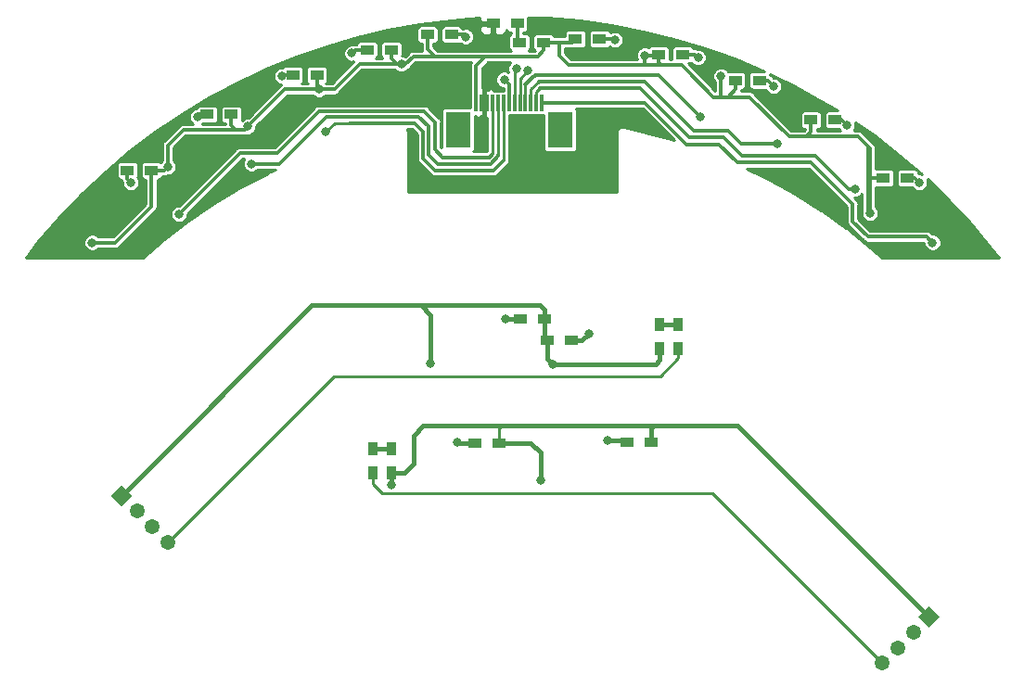
<source format=gtl>
G04 #@! TF.GenerationSoftware,KiCad,Pcbnew,(5.0.0)*
G04 #@! TF.CreationDate,2020-04-07T20:47:50+09:00*
G04 #@! TF.ProjectId,rokisi_sensor,726F6B6973695F73656E736F722E6B69,rev?*
G04 #@! TF.SameCoordinates,PX4a62f80PY29020c0*
G04 #@! TF.FileFunction,Copper,L1,Top,Signal*
G04 #@! TF.FilePolarity,Positive*
%FSLAX46Y46*%
G04 Gerber Fmt 4.6, Leading zero omitted, Abs format (unit mm)*
G04 Created by KiCad (PCBNEW (5.0.0)) date 04/07/20 20:47:50*
%MOMM*%
%LPD*%
G01*
G04 APERTURE LIST*
G04 #@! TA.AperFunction,SMDPad,CuDef*
%ADD10R,1.200000X0.900000*%
G04 #@! TD*
G04 #@! TA.AperFunction,SMDPad,CuDef*
%ADD11R,0.900000X1.200000*%
G04 #@! TD*
G04 #@! TA.AperFunction,SMDPad,CuDef*
%ADD12R,0.300000X1.500000*%
G04 #@! TD*
G04 #@! TA.AperFunction,SMDPad,CuDef*
%ADD13R,2.300000X3.300000*%
G04 #@! TD*
G04 #@! TA.AperFunction,ComponentPad*
%ADD14C,1.350000*%
G04 #@! TD*
G04 #@! TA.AperFunction,Conductor*
%ADD15C,0.100000*%
G04 #@! TD*
G04 #@! TA.AperFunction,Conductor*
%ADD16C,1.350000*%
G04 #@! TD*
G04 #@! TA.AperFunction,ViaPad*
%ADD17C,0.800000*%
G04 #@! TD*
G04 #@! TA.AperFunction,Conductor*
%ADD18C,0.300000*%
G04 #@! TD*
G04 #@! TA.AperFunction,Conductor*
%ADD19C,0.400000*%
G04 #@! TD*
G04 #@! TA.AperFunction,Conductor*
%ADD20C,0.250000*%
G04 #@! TD*
G04 #@! TA.AperFunction,Conductor*
%ADD21C,0.254000*%
G04 #@! TD*
G04 APERTURE END LIST*
D10*
G04 #@! TO.P,R18,2*
G04 #@! TO.N,Net-(R18-Pad2)*
X42000000Y-40500000D03*
G04 #@! TO.P,R18,1*
G04 #@! TO.N,LEFT_VCC*
X44200000Y-40500000D03*
G04 #@! TD*
G04 #@! TO.P,D1,1*
G04 #@! TO.N,GND*
X43700000Y-2200000D03*
G04 #@! TO.P,D1,2*
G04 #@! TO.N,Net-(D1-Pad2)*
X45900000Y-2200000D03*
G04 #@! TD*
D11*
G04 #@! TO.P,D2,1*
G04 #@! TO.N,left_led*
X32700000Y-43200000D03*
G04 #@! TO.P,D2,2*
G04 #@! TO.N,Net-(D2-Pad2)*
X32700000Y-41000000D03*
G04 #@! TD*
G04 #@! TO.P,D3,2*
G04 #@! TO.N,Net-(D3-Pad2)*
X60600000Y-29700000D03*
G04 #@! TO.P,D3,1*
G04 #@! TO.N,right_led*
X60600000Y-31900000D03*
G04 #@! TD*
D12*
G04 #@! TO.P,J1,1*
G04 #@! TO.N,AD9*
X48140000Y-9445000D03*
G04 #@! TO.P,J1,2*
G04 #@! TO.N,AD8*
X47640000Y-9445000D03*
G04 #@! TO.P,J1,3*
G04 #@! TO.N,AD7*
X47140000Y-9445000D03*
G04 #@! TO.P,J1,4*
G04 #@! TO.N,AD6*
X46640000Y-9445000D03*
G04 #@! TO.P,J1,5*
G04 #@! TO.N,AD5*
X46140000Y-9445000D03*
G04 #@! TO.P,J1,6*
G04 #@! TO.N,AD4*
X45640000Y-9445000D03*
D13*
G04 #@! TO.P,J1,14*
G04 #@! TO.N,N/C*
X40490000Y-11895000D03*
G04 #@! TO.P,J1,15*
X49790000Y-11895000D03*
D12*
G04 #@! TO.P,J1,7*
G04 #@! TO.N,AD3*
X45140000Y-9445000D03*
G04 #@! TO.P,J1,9*
G04 #@! TO.N,AD1*
X44140000Y-9445000D03*
G04 #@! TO.P,J1,10*
G04 #@! TO.N,AD0*
X43640000Y-9445000D03*
G04 #@! TO.P,J1,8*
G04 #@! TO.N,AD2*
X44640000Y-9445000D03*
G04 #@! TO.P,J1,11*
G04 #@! TO.N,GND*
X43140000Y-9445000D03*
G04 #@! TO.P,J1,12*
X42640000Y-9445000D03*
G04 #@! TO.P,J1,13*
G04 #@! TO.N,+3V3*
X42140000Y-9445000D03*
G04 #@! TD*
D14*
G04 #@! TO.P,J2,1*
G04 #@! TO.N,LEFT_VCC*
X83470000Y-56370000D03*
D15*
G04 #@! TD*
G04 #@! TO.N,LEFT_VCC*
G04 #@! TO.C,J2*
G36*
X82515406Y-56370000D02*
X83470000Y-55415406D01*
X84424594Y-56370000D01*
X83470000Y-57324594D01*
X82515406Y-56370000D01*
X82515406Y-56370000D01*
G37*
D14*
G04 #@! TO.P,J2,2*
G04 #@! TO.N,LEFT_GND*
X82055786Y-57784214D03*
D16*
G04 #@! TD*
G04 #@! TO.N,LEFT_GND*
G04 #@! TO.C,J2*
X82055786Y-57784214D02*
X82055786Y-57784214D01*
D14*
G04 #@! TO.P,J2,3*
G04 #@! TO.N,left_analog*
X80641573Y-59198427D03*
D16*
G04 #@! TD*
G04 #@! TO.N,left_analog*
G04 #@! TO.C,J2*
X80641573Y-59198427D02*
X80641573Y-59198427D01*
D14*
G04 #@! TO.P,J2,4*
G04 #@! TO.N,left_led*
X79227359Y-60612641D03*
D16*
G04 #@! TD*
G04 #@! TO.N,left_led*
G04 #@! TO.C,J2*
X79227359Y-60612641D02*
X79227359Y-60612641D01*
D14*
G04 #@! TO.P,J3,4*
G04 #@! TO.N,right_led*
X13994214Y-49544214D03*
D16*
G04 #@! TD*
G04 #@! TO.N,right_led*
G04 #@! TO.C,J3*
X13994214Y-49544214D02*
X13994214Y-49544214D01*
D14*
G04 #@! TO.P,J3,3*
G04 #@! TO.N,right_analog*
X12580000Y-48130000D03*
D16*
G04 #@! TD*
G04 #@! TO.N,right_analog*
G04 #@! TO.C,J3*
X12580000Y-48130000D02*
X12580000Y-48130000D01*
D14*
G04 #@! TO.P,J3,2*
G04 #@! TO.N,RIGHT_GND*
X11165787Y-46715787D03*
D16*
G04 #@! TD*
G04 #@! TO.N,RIGHT_GND*
G04 #@! TO.C,J3*
X11165787Y-46715787D02*
X11165787Y-46715787D01*
D14*
G04 #@! TO.P,J3,1*
G04 #@! TO.N,RIGHT_VCC*
X9751573Y-45301573D03*
D15*
G04 #@! TD*
G04 #@! TO.N,RIGHT_VCC*
G04 #@! TO.C,J3*
G36*
X9751573Y-46256167D02*
X8796979Y-45301573D01*
X9751573Y-44346979D01*
X10706167Y-45301573D01*
X9751573Y-46256167D01*
X9751573Y-46256167D01*
G37*
D10*
G04 #@! TO.P,R1,2*
G04 #@! TO.N,Net-(R1-Pad2)*
X39900000Y-3200000D03*
G04 #@! TO.P,R1,1*
G04 #@! TO.N,+3V3*
X37700000Y-3200000D03*
G04 #@! TD*
G04 #@! TO.P,R2,2*
G04 #@! TO.N,Net-(R2-Pad2)*
X10300000Y-15600000D03*
G04 #@! TO.P,R2,1*
G04 #@! TO.N,+3V3*
X12500000Y-15600000D03*
G04 #@! TD*
G04 #@! TO.P,R3,1*
G04 #@! TO.N,+3V3*
X48300000Y-3900000D03*
G04 #@! TO.P,R3,2*
G04 #@! TO.N,Net-(D1-Pad2)*
X46100000Y-3900000D03*
G04 #@! TD*
G04 #@! TO.P,R4,1*
G04 #@! TO.N,+3V3*
X72700000Y-11000000D03*
G04 #@! TO.P,R4,2*
G04 #@! TO.N,Net-(R4-Pad2)*
X74900000Y-11000000D03*
G04 #@! TD*
D11*
G04 #@! TO.P,R8,1*
G04 #@! TO.N,Net-(D2-Pad2)*
X34400000Y-41000000D03*
G04 #@! TO.P,R8,2*
G04 #@! TO.N,LEFT_VCC*
X34400000Y-43200000D03*
G04 #@! TD*
D10*
G04 #@! TO.P,R9,2*
G04 #@! TO.N,Net-(R9-Pad2)*
X53400000Y-3600000D03*
G04 #@! TO.P,R9,1*
G04 #@! TO.N,+3V3*
X51200000Y-3600000D03*
G04 #@! TD*
G04 #@! TO.P,R10,2*
G04 #@! TO.N,Net-(R10-Pad2)*
X17600000Y-10500000D03*
G04 #@! TO.P,R10,1*
G04 #@! TO.N,+3V3*
X19800000Y-10500000D03*
G04 #@! TD*
G04 #@! TO.P,R11,2*
G04 #@! TO.N,Net-(R11-Pad2)*
X81500000Y-16300000D03*
G04 #@! TO.P,R11,1*
G04 #@! TO.N,+3V3*
X79300000Y-16300000D03*
G04 #@! TD*
D11*
G04 #@! TO.P,R12,1*
G04 #@! TO.N,Net-(D3-Pad2)*
X58900000Y-29700000D03*
G04 #@! TO.P,R12,2*
G04 #@! TO.N,RIGHT_VCC*
X58900000Y-31900000D03*
G04 #@! TD*
D10*
G04 #@! TO.P,R16,2*
G04 #@! TO.N,Net-(R16-Pad2)*
X61000000Y-5000000D03*
G04 #@! TO.P,R16,1*
G04 #@! TO.N,+3V3*
X58800000Y-5000000D03*
G04 #@! TD*
G04 #@! TO.P,R17,2*
G04 #@! TO.N,Net-(R17-Pad2)*
X25400000Y-6900000D03*
G04 #@! TO.P,R17,1*
G04 #@! TO.N,+3V3*
X27600000Y-6900000D03*
G04 #@! TD*
G04 #@! TO.P,R22,2*
G04 #@! TO.N,Net-(R22-Pad2)*
X55900000Y-40400000D03*
G04 #@! TO.P,R22,1*
G04 #@! TO.N,LEFT_VCC*
X58100000Y-40400000D03*
G04 #@! TD*
G04 #@! TO.P,R23,2*
G04 #@! TO.N,Net-(R23-Pad2)*
X68000000Y-7400000D03*
G04 #@! TO.P,R23,1*
G04 #@! TO.N,+3V3*
X65800000Y-7400000D03*
G04 #@! TD*
G04 #@! TO.P,R24,1*
G04 #@! TO.N,RIGHT_VCC*
X48400000Y-29200000D03*
G04 #@! TO.P,R24,2*
G04 #@! TO.N,Net-(R24-Pad2)*
X46200000Y-29200000D03*
G04 #@! TD*
G04 #@! TO.P,R25,1*
G04 #@! TO.N,+3V3*
X34400000Y-4600000D03*
G04 #@! TO.P,R25,2*
G04 #@! TO.N,Net-(R25-Pad2)*
X32200000Y-4600000D03*
G04 #@! TD*
G04 #@! TO.P,R29,2*
G04 #@! TO.N,Net-(R29-Pad2)*
X50800000Y-31100000D03*
G04 #@! TO.P,R29,1*
G04 #@! TO.N,RIGHT_VCC*
X48600000Y-31100000D03*
G04 #@! TD*
D17*
G04 #@! TO.N,GND*
X43500000Y-3600000D03*
X43300000Y-6400000D03*
X42600000Y-13600000D03*
X42900000Y-11600000D03*
X42900000Y-12600000D03*
X54600000Y-11600000D03*
X51800000Y-11600000D03*
X47800000Y-11000000D03*
X45600000Y-11000000D03*
X45500000Y-14400000D03*
X57000000Y-11600000D03*
X47500000Y-2300000D03*
X72800000Y-9400000D03*
X89100000Y-23200000D03*
X68500000Y-15800000D03*
X71000000Y-17000000D03*
X79100000Y-13500000D03*
X84200000Y-17900000D03*
X64200000Y-5400000D03*
X59700000Y-3900000D03*
X52300000Y-2400000D03*
X41200000Y-2100000D03*
X35700000Y-2800000D03*
X29300000Y-4400000D03*
X22600000Y-6900000D03*
X18300000Y-9000000D03*
X13400000Y-12300000D03*
X8000000Y-16500000D03*
X4600000Y-20100000D03*
X1800000Y-23300000D03*
X5700000Y-23300000D03*
X17000000Y-18900000D03*
X36300000Y-12600000D03*
X36400000Y-15900000D03*
X54600000Y-14200000D03*
X54600000Y-17100000D03*
X51200000Y-17100000D03*
X47100000Y-17000000D03*
X42900000Y-17000000D03*
X39000000Y-17100000D03*
X49800000Y-14500000D03*
G04 #@! TO.N,+3V3*
X35300000Y-5900000D03*
X27800000Y-8200000D03*
X21300000Y-11600000D03*
X7100000Y-22200000D03*
X14000000Y-15300000D03*
X57500000Y-5100000D03*
X64500000Y-7000000D03*
X78100000Y-19500000D03*
G04 #@! TO.N,AD0*
X15000000Y-19600000D03*
G04 #@! TO.N,AD1*
X21600000Y-15000000D03*
G04 #@! TO.N,AD2*
X28400000Y-12100000D03*
G04 #@! TO.N,AD3*
X44700000Y-7300000D03*
G04 #@! TO.N,AD5*
X46869669Y-6469669D03*
G04 #@! TO.N,AD6*
X62600000Y-10700000D03*
G04 #@! TO.N,AD4*
X45800000Y-6300000D03*
G04 #@! TO.N,AD7*
X69600000Y-13200000D03*
G04 #@! TO.N,AD8*
X76700000Y-17300000D03*
G04 #@! TO.N,AD9*
X83800000Y-22200000D03*
G04 #@! TO.N,LEFT_VCC*
X34400000Y-44300000D03*
X48000000Y-43900000D03*
G04 #@! TO.N,RIGHT_VCC*
X49100000Y-33300000D03*
X38000000Y-33200000D03*
G04 #@! TO.N,Net-(R1-Pad2)*
X41200000Y-3400000D03*
G04 #@! TO.N,Net-(R2-Pad2)*
X10600000Y-16700000D03*
G04 #@! TO.N,Net-(R4-Pad2)*
X76000000Y-11500000D03*
G04 #@! TO.N,Net-(R9-Pad2)*
X54800000Y-3700000D03*
G04 #@! TO.N,Net-(R10-Pad2)*
X16700000Y-10700000D03*
G04 #@! TO.N,Net-(R11-Pad2)*
X82600000Y-16700000D03*
G04 #@! TO.N,Net-(R16-Pad2)*
X62400000Y-5300000D03*
G04 #@! TO.N,Net-(R17-Pad2)*
X24400000Y-7000000D03*
G04 #@! TO.N,Net-(R18-Pad2)*
X40400000Y-40400000D03*
G04 #@! TO.N,Net-(R22-Pad2)*
X54100000Y-40300000D03*
G04 #@! TO.N,Net-(R23-Pad2)*
X69300000Y-7900000D03*
G04 #@! TO.N,Net-(R24-Pad2)*
X44800000Y-29200000D03*
G04 #@! TO.N,Net-(R25-Pad2)*
X30800000Y-4900000D03*
G04 #@! TO.N,Net-(R29-Pad2)*
X52400000Y-30500000D03*
G04 #@! TD*
D18*
G04 #@! TO.N,GND*
X42900000Y-9445000D02*
X43140000Y-9445000D01*
X42640000Y-9445000D02*
X42900000Y-9445000D01*
D19*
X43700000Y-2200000D02*
X43700000Y-3400000D01*
X43700000Y-3400000D02*
X43500000Y-3600000D01*
X42900001Y-6799999D02*
X43300000Y-6400000D01*
X42900000Y-9445000D02*
X42900001Y-6799999D01*
X42900000Y-9445000D02*
X42900000Y-11600000D01*
X42900000Y-13300000D02*
X42600000Y-13600000D01*
X42900000Y-11600000D02*
X42900000Y-12600000D01*
X42900000Y-12600000D02*
X42900000Y-13300000D01*
D18*
G04 #@! TO.N,Net-(D1-Pad2)*
X45900000Y-3700000D02*
X46100000Y-3900000D01*
X45900000Y-2200000D02*
X45900000Y-3700000D01*
D20*
G04 #@! TO.N,left_led*
X79227359Y-60612641D02*
X63714718Y-45100000D01*
X63714718Y-45100000D02*
X33600000Y-45100000D01*
X32700000Y-44200000D02*
X32700000Y-43200000D01*
X33600000Y-45100000D02*
X32700000Y-44200000D01*
D19*
G04 #@! TO.N,Net-(D2-Pad2)*
X32700000Y-41000000D02*
X34400000Y-41000000D01*
G04 #@! TO.N,Net-(D3-Pad2)*
X58900000Y-29700000D02*
X60600000Y-29700000D01*
D20*
G04 #@! TO.N,right_led*
X60600000Y-32750000D02*
X58950000Y-34400000D01*
X60600000Y-31900000D02*
X60600000Y-32750000D01*
X29138428Y-34400000D02*
X13638428Y-49900000D01*
X58950000Y-34400000D02*
X29138428Y-34400000D01*
D18*
G04 #@! TO.N,+3V3*
X48300000Y-4650000D02*
X48300000Y-3900000D01*
X47750000Y-5200000D02*
X48300000Y-4650000D01*
X50900000Y-3900000D02*
X51200000Y-3600000D01*
X49700000Y-3900000D02*
X50900000Y-3900000D01*
X48300000Y-3900000D02*
X49700000Y-3900000D01*
X49700000Y-3900000D02*
X49700000Y-5100000D01*
X65800000Y-8200000D02*
X65800000Y-7400000D01*
X65100000Y-8900000D02*
X65800000Y-8200000D01*
X64800000Y-8900000D02*
X67100000Y-8900000D01*
X64800000Y-8900000D02*
X65100000Y-8900000D01*
X67100000Y-8900000D02*
X70700000Y-12500000D01*
X72700000Y-12100000D02*
X72700000Y-11000000D01*
X72300000Y-12500000D02*
X72700000Y-12100000D01*
X70700000Y-12500000D02*
X71600000Y-12500000D01*
X45400000Y-5200000D02*
X47750000Y-5200000D01*
X37700000Y-4500000D02*
X37700000Y-3200000D01*
X38400000Y-5200000D02*
X37700000Y-4500000D01*
X38700000Y-5200000D02*
X36400000Y-5200000D01*
X38700000Y-5200000D02*
X38400000Y-5200000D01*
X36400000Y-5200000D02*
X35700000Y-5900000D01*
X34400000Y-5400000D02*
X34400000Y-4600000D01*
X34900000Y-5900000D02*
X34400000Y-5400000D01*
X35300000Y-5900000D02*
X31500000Y-5900000D01*
X35300000Y-5900000D02*
X34900000Y-5900000D01*
X35700000Y-5900000D02*
X35300000Y-5900000D01*
X31500000Y-5900000D02*
X29200000Y-8200000D01*
X27600000Y-8000000D02*
X27600000Y-6900000D01*
X27800000Y-8200000D02*
X27600000Y-8000000D01*
X27800000Y-8200000D02*
X24700000Y-8200000D01*
X19800000Y-11500000D02*
X19800000Y-10500000D01*
X20200000Y-11900000D02*
X19800000Y-11500000D01*
X20500000Y-11900000D02*
X15400000Y-11900000D01*
X20500000Y-11900000D02*
X20200000Y-11900000D01*
X21000000Y-11900000D02*
X20500000Y-11900000D01*
X15400000Y-11900000D02*
X14000000Y-13300000D01*
X14000000Y-13300000D02*
X14000000Y-15300000D01*
X13700000Y-15600000D02*
X12500000Y-15600000D01*
X14000000Y-15300000D02*
X13700000Y-15600000D01*
X78100000Y-16300000D02*
X79300000Y-16300000D01*
X71800000Y-12500000D02*
X72300000Y-12500000D01*
X71600000Y-12500000D02*
X71800000Y-12500000D01*
X71800000Y-12500000D02*
X77000000Y-12500000D01*
X78100000Y-16000000D02*
X78100000Y-16300000D01*
X78100000Y-13600000D02*
X78100000Y-16000000D01*
X60900000Y-6000000D02*
X61400000Y-6500000D01*
X61400000Y-6500000D02*
X63800000Y-8900000D01*
X49700000Y-5100000D02*
X50600000Y-6000000D01*
X59050000Y-6000000D02*
X59200000Y-6000000D01*
X58800000Y-5750000D02*
X59050000Y-6000000D01*
X58800000Y-5000000D02*
X58800000Y-5750000D01*
X59200000Y-6000000D02*
X60900000Y-6000000D01*
X42140000Y-6060000D02*
X43000000Y-5200000D01*
X42140000Y-9445000D02*
X42140000Y-6060000D01*
X45400000Y-5200000D02*
X43000000Y-5200000D01*
X28300000Y-8200000D02*
X27800000Y-8200000D01*
X29200000Y-8200000D02*
X28600000Y-8200000D01*
X28600000Y-8200000D02*
X28300000Y-8200000D01*
X24700000Y-8200000D02*
X21300000Y-11600000D01*
X21300000Y-11600000D02*
X21000000Y-11900000D01*
X12500000Y-15600000D02*
X12500000Y-18900000D01*
X12500000Y-18900000D02*
X9200000Y-22200000D01*
X9200000Y-22200000D02*
X7100000Y-22200000D01*
X58700000Y-5100000D02*
X58800000Y-5000000D01*
X57500000Y-5100000D02*
X58700000Y-5100000D01*
X57500000Y-5900000D02*
X57500000Y-5100000D01*
X57600000Y-6000000D02*
X57500000Y-5900000D01*
X57600000Y-6000000D02*
X59200000Y-6000000D01*
X50600000Y-6000000D02*
X57600000Y-6000000D01*
X64500000Y-7000000D02*
X64500000Y-8900000D01*
X63800000Y-8900000D02*
X64500000Y-8900000D01*
X64500000Y-8900000D02*
X64800000Y-8900000D01*
X77900000Y-13400000D02*
X78100000Y-13600000D01*
X78100000Y-16000000D02*
X78100000Y-19500000D01*
X77900000Y-13400000D02*
X77900000Y-19300000D01*
X77000000Y-12500000D02*
X77900000Y-13400000D01*
X77900000Y-19300000D02*
X78100000Y-19500000D01*
X43000000Y-5200000D02*
X38700000Y-5200000D01*
G04 #@! TO.N,AD0*
X15000000Y-19600000D02*
X20600000Y-14000000D01*
X20600000Y-14000000D02*
X24000000Y-14000000D01*
X24000000Y-14000000D02*
X27800000Y-10200000D01*
X35200008Y-10199992D02*
X37399992Y-10199992D01*
X35200000Y-10200000D02*
X35200008Y-10199992D01*
X27800000Y-10200000D02*
X35200000Y-10200000D01*
X37399992Y-10199992D02*
X38400000Y-11200000D01*
X38400000Y-12000000D02*
X38400000Y-13700000D01*
X38400000Y-11200000D02*
X38400000Y-12000000D01*
X38400000Y-13700000D02*
X39100000Y-14400000D01*
X43340000Y-14400000D02*
X43640000Y-14100000D01*
X39100000Y-14400000D02*
X43340000Y-14400000D01*
D20*
X43640000Y-9445000D02*
X43640000Y-14100000D01*
D18*
G04 #@! TO.N,AD1*
X21600000Y-15000000D02*
X24200000Y-15000000D01*
X24200000Y-15000000D02*
X28500000Y-10700000D01*
X28500000Y-10700000D02*
X36900000Y-10700000D01*
X36900000Y-10700000D02*
X37800000Y-11600000D01*
X37800000Y-14100000D02*
X37800000Y-14200000D01*
X37800000Y-11600000D02*
X37800000Y-14100000D01*
X37800000Y-14200000D02*
X38600000Y-15000000D01*
X44140000Y-14307120D02*
X44140000Y-14200000D01*
X43447120Y-15000000D02*
X44140000Y-14307120D01*
X38600000Y-15000000D02*
X43447120Y-15000000D01*
D20*
X44140000Y-9445000D02*
X44140000Y-14200000D01*
G04 #@! TO.N,AD2*
X29200000Y-11300000D02*
X30565685Y-11300000D01*
X28400000Y-12100000D02*
X29200000Y-11300000D01*
D18*
X30565685Y-11300000D02*
X36500000Y-11300000D01*
X36500000Y-11300000D02*
X37300000Y-12100000D01*
X37300000Y-13300000D02*
X37300000Y-14500000D01*
X37300000Y-12100000D02*
X37300000Y-13300000D01*
X37300000Y-14500000D02*
X38400000Y-15600000D01*
X43740000Y-15600000D02*
X44640000Y-14700000D01*
X38400000Y-15600000D02*
X43740000Y-15600000D01*
D20*
X44640000Y-9445000D02*
X44640000Y-14700000D01*
D18*
G04 #@! TO.N,AD3*
X45140000Y-9445000D02*
X45140000Y-7740000D01*
X45140000Y-7740000D02*
X44700000Y-7300000D01*
D20*
G04 #@! TO.N,AD5*
X46140000Y-7199338D02*
X46869669Y-6469669D01*
X46140000Y-9445000D02*
X46140000Y-7199338D01*
D18*
G04 #@! TO.N,AD6*
X47499990Y-6900010D02*
X46639990Y-7760010D01*
X58800010Y-6900010D02*
X62600000Y-10700000D01*
X47499990Y-6900010D02*
X58800010Y-6900010D01*
D20*
X46640000Y-7760000D02*
X47499990Y-6900010D01*
X46640000Y-9445000D02*
X46640000Y-7760000D01*
G04 #@! TO.N,AD4*
X45640000Y-6460000D02*
X45800000Y-6300000D01*
X45640000Y-9445000D02*
X45640000Y-6460000D01*
D18*
G04 #@! TO.N,AD7*
X66300000Y-13200000D02*
X69600000Y-13200000D01*
X47827880Y-7500000D02*
X57500000Y-7500000D01*
X57500000Y-7500000D02*
X62000000Y-12000000D01*
X62000000Y-12000000D02*
X65100000Y-12000000D01*
X65100000Y-12000000D02*
X66300000Y-13200000D01*
D20*
X47140000Y-8187880D02*
X47827880Y-7500000D01*
X47140000Y-9445000D02*
X47140000Y-8187880D01*
D18*
G04 #@! TO.N,AD8*
X66400000Y-14300000D02*
X71600000Y-14300000D01*
X47935000Y-8100000D02*
X57100000Y-8100000D01*
X57100000Y-8100000D02*
X61600000Y-12600000D01*
X61600000Y-12600000D02*
X64700000Y-12600000D01*
X64700000Y-12600000D02*
X66400000Y-14300000D01*
D20*
X47640000Y-8395000D02*
X47935000Y-8100000D01*
X47640000Y-9445000D02*
X47640000Y-8395000D01*
D18*
X73134315Y-14300000D02*
X71600000Y-14300000D01*
X76134315Y-17300000D02*
X73134315Y-14300000D01*
X76700000Y-17300000D02*
X76134315Y-17300000D01*
G04 #@! TO.N,AD9*
X57545000Y-9445000D02*
X48140000Y-9445000D01*
X61341238Y-13241238D02*
X57545000Y-9445000D01*
X64300000Y-13241238D02*
X61341238Y-13241238D01*
X65958762Y-14900000D02*
X64300000Y-13241238D01*
X83800000Y-22200000D02*
X83266927Y-21666927D01*
X83266927Y-21666927D02*
X77900000Y-21666927D01*
X77900000Y-21666927D02*
X76500000Y-20266927D01*
X76500000Y-20266927D02*
X76500000Y-18700000D01*
X76500000Y-18700000D02*
X72700000Y-14900000D01*
X72700000Y-14900000D02*
X65958762Y-14900000D01*
D20*
G04 #@! TO.N,LEFT_VCC*
X44200000Y-39200000D02*
X44500000Y-38900000D01*
X44200000Y-40500000D02*
X44200000Y-39200000D01*
X44500000Y-38900000D02*
X55500000Y-38900000D01*
X58100000Y-40400000D02*
X58100000Y-39700000D01*
X55500000Y-38900000D02*
X57300000Y-38900000D01*
X57300000Y-38900000D02*
X58400000Y-38900000D01*
X58400000Y-38900000D02*
X66000000Y-38900000D01*
X37300000Y-38900000D02*
X44500000Y-38900000D01*
D19*
X35600000Y-43200000D02*
X36400000Y-42400000D01*
X34400000Y-43200000D02*
X35600000Y-43200000D01*
X36400000Y-39800000D02*
X37300000Y-38900000D01*
X36400000Y-42400000D02*
X36400000Y-39800000D01*
X66000000Y-38900000D02*
X83470000Y-56370000D01*
X37300000Y-38900000D02*
X66000000Y-38900000D01*
X58100000Y-39200000D02*
X58400000Y-38900000D01*
X58100000Y-40400000D02*
X58100000Y-39200000D01*
X48000000Y-41400000D02*
X47100000Y-40500000D01*
X48000000Y-43900000D02*
X48000000Y-41400000D01*
X47100000Y-40500000D02*
X44200000Y-40500000D01*
X34400000Y-43200000D02*
X34400000Y-44300000D01*
G04 #@! TO.N,RIGHT_VCC*
X48400000Y-30900000D02*
X48600000Y-31100000D01*
X48400000Y-29200000D02*
X48400000Y-30900000D01*
X48600000Y-31100000D02*
X48600000Y-32800000D01*
X48600000Y-32800000D02*
X49100000Y-33300000D01*
X48400000Y-28350000D02*
X47950000Y-27900000D01*
X48400000Y-29200000D02*
X48400000Y-28350000D01*
X27153146Y-27900000D02*
X9751573Y-45301573D01*
X38000000Y-28800000D02*
X37100000Y-27900000D01*
X38000000Y-33200000D02*
X38000000Y-28800000D01*
X47950000Y-27900000D02*
X37100000Y-27900000D01*
X37100000Y-27900000D02*
X27153146Y-27900000D01*
X49100000Y-33300000D02*
X57900000Y-33300000D01*
X58500000Y-33300000D02*
X57900000Y-33300000D01*
X58900000Y-32900000D02*
X58500000Y-33300000D01*
X58900000Y-31900000D02*
X58900000Y-32900000D01*
D18*
G04 #@! TO.N,Net-(R1-Pad2)*
X41000000Y-3200000D02*
X41200000Y-3400000D01*
X39900000Y-3200000D02*
X41000000Y-3200000D01*
G04 #@! TO.N,Net-(R2-Pad2)*
X10300000Y-15600000D02*
X10300000Y-16400000D01*
X10300000Y-16400000D02*
X10600000Y-16700000D01*
G04 #@! TO.N,Net-(R4-Pad2)*
X75500000Y-11000000D02*
X76000000Y-11500000D01*
X74900000Y-11000000D02*
X75500000Y-11000000D01*
G04 #@! TO.N,Net-(R9-Pad2)*
X54700000Y-3600000D02*
X54800000Y-3700000D01*
X53400000Y-3600000D02*
X54700000Y-3600000D01*
G04 #@! TO.N,Net-(R10-Pad2)*
X16900000Y-10500000D02*
X16700000Y-10700000D01*
X17600000Y-10500000D02*
X16900000Y-10500000D01*
G04 #@! TO.N,Net-(R11-Pad2)*
X81500000Y-16300000D02*
X82200000Y-16300000D01*
X82200000Y-16300000D02*
X82600000Y-16700000D01*
G04 #@! TO.N,Net-(R16-Pad2)*
X62100000Y-5000000D02*
X62400000Y-5300000D01*
X61000000Y-5000000D02*
X62100000Y-5000000D01*
G04 #@! TO.N,Net-(R17-Pad2)*
X24500000Y-6900000D02*
X24400000Y-7000000D01*
X25400000Y-6900000D02*
X24500000Y-6900000D01*
D19*
G04 #@! TO.N,Net-(R18-Pad2)*
X40500000Y-40500000D02*
X40400000Y-40400000D01*
X42000000Y-40500000D02*
X40500000Y-40500000D01*
G04 #@! TO.N,Net-(R22-Pad2)*
X55800000Y-40300000D02*
X55900000Y-40400000D01*
X54100000Y-40300000D02*
X55800000Y-40300000D01*
D18*
G04 #@! TO.N,Net-(R23-Pad2)*
X68800000Y-7400000D02*
X69300000Y-7900000D01*
X68000000Y-7400000D02*
X68800000Y-7400000D01*
D19*
G04 #@! TO.N,Net-(R24-Pad2)*
X44800000Y-29200000D02*
X46200000Y-29200000D01*
D18*
G04 #@! TO.N,Net-(R25-Pad2)*
X32200000Y-4600000D02*
X31100000Y-4600000D01*
X31100000Y-4600000D02*
X30800000Y-4900000D01*
D19*
G04 #@! TO.N,Net-(R29-Pad2)*
X50800000Y-31100000D02*
X51800000Y-31100000D01*
X51800000Y-31100000D02*
X52400000Y-30500000D01*
G04 #@! TD*
D21*
G04 #@! TO.N,GND*
G36*
X42465000Y-1914250D02*
X42623750Y-2073000D01*
X43573000Y-2073000D01*
X43573000Y-2053000D01*
X43827000Y-2053000D01*
X43827000Y-2073000D01*
X43847000Y-2073000D01*
X43847000Y-2327000D01*
X43827000Y-2327000D01*
X43827000Y-3126250D01*
X43985750Y-3285000D01*
X44426309Y-3285000D01*
X44659698Y-3188327D01*
X44838327Y-3009699D01*
X44935000Y-2776310D01*
X44935000Y-2767962D01*
X44941106Y-2798659D01*
X45025314Y-2924686D01*
X45151341Y-3008894D01*
X45300000Y-3038464D01*
X45369001Y-3038464D01*
X45369001Y-3087593D01*
X45351341Y-3091106D01*
X45225314Y-3175314D01*
X45141106Y-3301341D01*
X45111536Y-3450000D01*
X45111536Y-4350000D01*
X45141106Y-4498659D01*
X45225314Y-4624686D01*
X45291635Y-4669000D01*
X43052294Y-4669000D01*
X43000000Y-4658598D01*
X42947706Y-4669000D01*
X38619947Y-4669000D01*
X38231000Y-4280053D01*
X38231000Y-4038464D01*
X38300000Y-4038464D01*
X38448659Y-4008894D01*
X38574686Y-3924686D01*
X38658894Y-3798659D01*
X38688464Y-3650000D01*
X38688464Y-2750000D01*
X38911536Y-2750000D01*
X38911536Y-3650000D01*
X38941106Y-3798659D01*
X39025314Y-3924686D01*
X39151341Y-4008894D01*
X39300000Y-4038464D01*
X40500000Y-4038464D01*
X40648659Y-4008894D01*
X40682069Y-3986570D01*
X40757599Y-4062100D01*
X41044649Y-4181000D01*
X41355351Y-4181000D01*
X41642401Y-4062100D01*
X41862100Y-3842401D01*
X41981000Y-3555351D01*
X41981000Y-3244649D01*
X41862100Y-2957599D01*
X41642401Y-2737900D01*
X41355351Y-2619000D01*
X41044649Y-2619000D01*
X40923938Y-2669000D01*
X40872352Y-2669000D01*
X40858894Y-2601341D01*
X40781660Y-2485750D01*
X42465000Y-2485750D01*
X42465000Y-2776310D01*
X42561673Y-3009699D01*
X42740302Y-3188327D01*
X42973691Y-3285000D01*
X43414250Y-3285000D01*
X43573000Y-3126250D01*
X43573000Y-2327000D01*
X42623750Y-2327000D01*
X42465000Y-2485750D01*
X40781660Y-2485750D01*
X40774686Y-2475314D01*
X40648659Y-2391106D01*
X40500000Y-2361536D01*
X39300000Y-2361536D01*
X39151341Y-2391106D01*
X39025314Y-2475314D01*
X38941106Y-2601341D01*
X38911536Y-2750000D01*
X38688464Y-2750000D01*
X38658894Y-2601341D01*
X38574686Y-2475314D01*
X38448659Y-2391106D01*
X38300000Y-2361536D01*
X37100000Y-2361536D01*
X36951341Y-2391106D01*
X36825314Y-2475314D01*
X36741106Y-2601341D01*
X36711536Y-2750000D01*
X36711536Y-3650000D01*
X36741106Y-3798659D01*
X36825314Y-3924686D01*
X36951341Y-4008894D01*
X37100000Y-4038464D01*
X37169000Y-4038464D01*
X37169000Y-4447709D01*
X37158599Y-4500000D01*
X37169000Y-4552290D01*
X37169000Y-4552293D01*
X37192215Y-4669000D01*
X36452289Y-4669000D01*
X36399999Y-4658599D01*
X36347709Y-4669000D01*
X36347706Y-4669000D01*
X36192814Y-4699810D01*
X36017171Y-4817171D01*
X35987549Y-4861504D01*
X35649595Y-5199458D01*
X35455351Y-5119000D01*
X35374739Y-5119000D01*
X35388464Y-5050000D01*
X35388464Y-4150000D01*
X35358894Y-4001341D01*
X35274686Y-3875314D01*
X35148659Y-3791106D01*
X35000000Y-3761536D01*
X33800000Y-3761536D01*
X33651341Y-3791106D01*
X33525314Y-3875314D01*
X33441106Y-4001341D01*
X33411536Y-4150000D01*
X33411536Y-5050000D01*
X33441106Y-5198659D01*
X33525314Y-5324686D01*
X33591635Y-5369000D01*
X33008365Y-5369000D01*
X33074686Y-5324686D01*
X33158894Y-5198659D01*
X33188464Y-5050000D01*
X33188464Y-4150000D01*
X33158894Y-4001341D01*
X33074686Y-3875314D01*
X32948659Y-3791106D01*
X32800000Y-3761536D01*
X31600000Y-3761536D01*
X31451341Y-3791106D01*
X31325314Y-3875314D01*
X31241106Y-4001341D01*
X31227648Y-4069000D01*
X31152289Y-4069000D01*
X31099999Y-4058599D01*
X31047709Y-4069000D01*
X31047706Y-4069000D01*
X30892814Y-4099810D01*
X30864094Y-4119000D01*
X30644649Y-4119000D01*
X30357599Y-4237900D01*
X30137900Y-4457599D01*
X30019000Y-4744649D01*
X30019000Y-5055351D01*
X30137900Y-5342401D01*
X30357599Y-5562100D01*
X30644649Y-5681000D01*
X30955351Y-5681000D01*
X30977033Y-5672019D01*
X28980053Y-7669000D01*
X28408365Y-7669000D01*
X28474686Y-7624686D01*
X28558894Y-7498659D01*
X28588464Y-7350000D01*
X28588464Y-6450000D01*
X28558894Y-6301341D01*
X28474686Y-6175314D01*
X28348659Y-6091106D01*
X28200000Y-6061536D01*
X27000000Y-6061536D01*
X26851341Y-6091106D01*
X26725314Y-6175314D01*
X26641106Y-6301341D01*
X26611536Y-6450000D01*
X26611536Y-7350000D01*
X26641106Y-7498659D01*
X26725314Y-7624686D01*
X26791635Y-7669000D01*
X26208365Y-7669000D01*
X26274686Y-7624686D01*
X26358894Y-7498659D01*
X26388464Y-7350000D01*
X26388464Y-6450000D01*
X26358894Y-6301341D01*
X26274686Y-6175314D01*
X26148659Y-6091106D01*
X26000000Y-6061536D01*
X24800000Y-6061536D01*
X24651341Y-6091106D01*
X24525314Y-6175314D01*
X24496124Y-6219000D01*
X24244649Y-6219000D01*
X23957599Y-6337900D01*
X23737900Y-6557599D01*
X23619000Y-6844649D01*
X23619000Y-7155351D01*
X23737900Y-7442401D01*
X23957599Y-7662100D01*
X24244649Y-7781000D01*
X24371305Y-7781000D01*
X24317171Y-7817171D01*
X24287550Y-7861502D01*
X21330053Y-10819000D01*
X21144649Y-10819000D01*
X20857599Y-10937900D01*
X20774302Y-11021197D01*
X20788464Y-10950000D01*
X20788464Y-10050000D01*
X20758894Y-9901341D01*
X20674686Y-9775314D01*
X20548659Y-9691106D01*
X20400000Y-9661536D01*
X19200000Y-9661536D01*
X19051341Y-9691106D01*
X18925314Y-9775314D01*
X18841106Y-9901341D01*
X18811536Y-10050000D01*
X18811536Y-10950000D01*
X18841106Y-11098659D01*
X18925314Y-11224686D01*
X19051341Y-11308894D01*
X19200000Y-11338464D01*
X19269000Y-11338464D01*
X19269000Y-11369000D01*
X17125743Y-11369000D01*
X17142401Y-11362100D01*
X17166037Y-11338464D01*
X18200000Y-11338464D01*
X18348659Y-11308894D01*
X18474686Y-11224686D01*
X18558894Y-11098659D01*
X18588464Y-10950000D01*
X18588464Y-10050000D01*
X18558894Y-9901341D01*
X18474686Y-9775314D01*
X18348659Y-9691106D01*
X18200000Y-9661536D01*
X17000000Y-9661536D01*
X16851341Y-9691106D01*
X16725314Y-9775314D01*
X16641106Y-9901341D01*
X16637593Y-9919000D01*
X16544649Y-9919000D01*
X16257599Y-10037900D01*
X16037900Y-10257599D01*
X15919000Y-10544649D01*
X15919000Y-10855351D01*
X16037900Y-11142401D01*
X16257599Y-11362100D01*
X16274257Y-11369000D01*
X15452290Y-11369000D01*
X15400000Y-11358599D01*
X15347710Y-11369000D01*
X15347706Y-11369000D01*
X15209299Y-11396531D01*
X15192814Y-11399810D01*
X15071305Y-11481000D01*
X15017171Y-11517171D01*
X14987550Y-11561502D01*
X13661505Y-12887548D01*
X13617171Y-12917171D01*
X13499810Y-13092815D01*
X13469000Y-13247707D01*
X13469000Y-13247710D01*
X13458599Y-13300000D01*
X13469000Y-13352290D01*
X13469001Y-14726498D01*
X13342015Y-14853484D01*
X13248659Y-14791106D01*
X13100000Y-14761536D01*
X11900000Y-14761536D01*
X11751341Y-14791106D01*
X11625314Y-14875314D01*
X11541106Y-15001341D01*
X11511536Y-15150000D01*
X11511536Y-16050000D01*
X11541106Y-16198659D01*
X11625314Y-16324686D01*
X11751341Y-16408894D01*
X11900000Y-16438464D01*
X11969000Y-16438464D01*
X11969001Y-18680051D01*
X8980053Y-21669000D01*
X7673501Y-21669000D01*
X7542401Y-21537900D01*
X7255351Y-21419000D01*
X6944649Y-21419000D01*
X6657599Y-21537900D01*
X6437900Y-21757599D01*
X6319000Y-22044649D01*
X6319000Y-22355351D01*
X6437900Y-22642401D01*
X6657599Y-22862100D01*
X6944649Y-22981000D01*
X7255351Y-22981000D01*
X7542401Y-22862100D01*
X7673501Y-22731000D01*
X9147710Y-22731000D01*
X9200000Y-22741401D01*
X9252290Y-22731000D01*
X9252294Y-22731000D01*
X9407186Y-22700190D01*
X9582829Y-22582829D01*
X9612452Y-22538495D01*
X12838498Y-19312450D01*
X12882829Y-19282829D01*
X12913966Y-19236230D01*
X12956633Y-19172373D01*
X13000190Y-19107186D01*
X13031000Y-18952294D01*
X13041402Y-18900000D01*
X13031000Y-18847706D01*
X13031000Y-16438464D01*
X13100000Y-16438464D01*
X13248659Y-16408894D01*
X13374686Y-16324686D01*
X13458894Y-16198659D01*
X13472352Y-16131000D01*
X13647710Y-16131000D01*
X13700000Y-16141401D01*
X13752290Y-16131000D01*
X13752294Y-16131000D01*
X13907186Y-16100190D01*
X13935906Y-16081000D01*
X14155351Y-16081000D01*
X14442401Y-15962100D01*
X14662100Y-15742401D01*
X14781000Y-15455351D01*
X14781000Y-15144649D01*
X14662100Y-14857599D01*
X14531000Y-14726499D01*
X14531000Y-13519947D01*
X15619948Y-12431000D01*
X20147709Y-12431000D01*
X20199999Y-12441401D01*
X20252289Y-12431000D01*
X20947710Y-12431000D01*
X21000000Y-12441401D01*
X21052290Y-12431000D01*
X21052294Y-12431000D01*
X21207186Y-12400190D01*
X21235906Y-12381000D01*
X21455351Y-12381000D01*
X21742401Y-12262100D01*
X21962100Y-12042401D01*
X22081000Y-11755351D01*
X22081000Y-11569947D01*
X24919948Y-8731000D01*
X27226499Y-8731000D01*
X27357599Y-8862100D01*
X27644649Y-8981000D01*
X27955351Y-8981000D01*
X28242401Y-8862100D01*
X28373501Y-8731000D01*
X29147710Y-8731000D01*
X29200000Y-8741401D01*
X29252290Y-8731000D01*
X29252294Y-8731000D01*
X29407186Y-8700190D01*
X29582829Y-8582829D01*
X29612452Y-8538495D01*
X31719948Y-6431000D01*
X34726499Y-6431000D01*
X34857599Y-6562100D01*
X35144649Y-6681000D01*
X35455351Y-6681000D01*
X35742401Y-6562100D01*
X35903597Y-6400904D01*
X35907186Y-6400190D01*
X36082829Y-6282829D01*
X36112452Y-6238495D01*
X36619947Y-5731000D01*
X38347709Y-5731000D01*
X38399999Y-5741401D01*
X38452289Y-5731000D01*
X41721204Y-5731000D01*
X41639810Y-5852815D01*
X41598599Y-6060000D01*
X41609001Y-6112295D01*
X41609000Y-8657475D01*
X41601536Y-8695000D01*
X41601536Y-9856536D01*
X39340000Y-9856536D01*
X39191341Y-9886106D01*
X39065314Y-9970314D01*
X38981106Y-10096341D01*
X38951536Y-10245000D01*
X38951536Y-13500589D01*
X38931000Y-13480053D01*
X38931000Y-11252294D01*
X38941402Y-11200000D01*
X38900190Y-10992814D01*
X38812451Y-10861503D01*
X38812450Y-10861502D01*
X38782829Y-10817171D01*
X38738498Y-10787550D01*
X37812444Y-9861497D01*
X37782821Y-9817163D01*
X37607178Y-9699802D01*
X37452286Y-9668992D01*
X37452282Y-9668992D01*
X37399992Y-9658591D01*
X37347702Y-9668992D01*
X35252297Y-9668992D01*
X35200007Y-9658591D01*
X35147717Y-9668992D01*
X35147714Y-9668992D01*
X35147674Y-9669000D01*
X27852294Y-9669000D01*
X27800000Y-9658598D01*
X27747706Y-9669000D01*
X27592814Y-9699810D01*
X27417171Y-9817171D01*
X27387549Y-9861504D01*
X23780053Y-13469000D01*
X20652290Y-13469000D01*
X20600000Y-13458599D01*
X20547710Y-13469000D01*
X20547706Y-13469000D01*
X20408952Y-13496600D01*
X20392814Y-13499810D01*
X20268569Y-13582828D01*
X20217171Y-13617171D01*
X20187550Y-13661502D01*
X15030053Y-18819000D01*
X14844649Y-18819000D01*
X14557599Y-18937900D01*
X14337900Y-19157599D01*
X14219000Y-19444649D01*
X14219000Y-19755351D01*
X14337900Y-20042401D01*
X14557599Y-20262100D01*
X14844649Y-20381000D01*
X15155351Y-20381000D01*
X15442401Y-20262100D01*
X15662100Y-20042401D01*
X15781000Y-19755351D01*
X15781000Y-19569947D01*
X20819948Y-14531000D01*
X20964499Y-14531000D01*
X20937900Y-14557599D01*
X20819000Y-14844649D01*
X20819000Y-15155351D01*
X20937900Y-15442401D01*
X21157599Y-15662100D01*
X21444649Y-15781000D01*
X21755351Y-15781000D01*
X22042401Y-15662100D01*
X22173501Y-15531000D01*
X23784557Y-15531000D01*
X23128167Y-15832031D01*
X23119130Y-15836485D01*
X23110034Y-15840811D01*
X23104092Y-15843896D01*
X23104074Y-15843905D01*
X23104061Y-15843912D01*
X20635020Y-17147726D01*
X20626239Y-17152681D01*
X20617405Y-17157505D01*
X20611627Y-17160927D01*
X18219203Y-18600541D01*
X18210725Y-18605971D01*
X18202162Y-18611288D01*
X18196583Y-18615028D01*
X15888252Y-20185946D01*
X15880078Y-20191849D01*
X15871838Y-20197627D01*
X15866477Y-20201672D01*
X13649435Y-21898996D01*
X13641605Y-21905345D01*
X13633698Y-21911575D01*
X13628599Y-21915890D01*
X13628571Y-21915913D01*
X13628551Y-21915931D01*
X11697736Y-23573000D01*
X1031385Y-23573000D01*
X2182201Y-22089421D01*
X4094241Y-19874366D01*
X6119572Y-17762428D01*
X8252682Y-15759360D01*
X8973782Y-15150000D01*
X9311536Y-15150000D01*
X9311536Y-16050000D01*
X9341106Y-16198659D01*
X9425314Y-16324686D01*
X9551341Y-16408894D01*
X9700000Y-16438464D01*
X9766250Y-16438464D01*
X9769000Y-16452290D01*
X9769000Y-16452294D01*
X9778759Y-16501352D01*
X9799810Y-16607185D01*
X9819000Y-16635905D01*
X9819000Y-16855351D01*
X9937900Y-17142401D01*
X10157599Y-17362100D01*
X10444649Y-17481000D01*
X10755351Y-17481000D01*
X11042401Y-17362100D01*
X11262100Y-17142401D01*
X11381000Y-16855351D01*
X11381000Y-16544649D01*
X11262100Y-16257599D01*
X11236570Y-16232069D01*
X11258894Y-16198659D01*
X11288464Y-16050000D01*
X11288464Y-15150000D01*
X11258894Y-15001341D01*
X11174686Y-14875314D01*
X11048659Y-14791106D01*
X10900000Y-14761536D01*
X9700000Y-14761536D01*
X9551341Y-14791106D01*
X9425314Y-14875314D01*
X9341106Y-15001341D01*
X9311536Y-15150000D01*
X8973782Y-15150000D01*
X10487677Y-13870697D01*
X12818461Y-12101587D01*
X15238648Y-10456878D01*
X17741595Y-8941088D01*
X20320424Y-7558379D01*
X22968118Y-6312514D01*
X25677353Y-5206939D01*
X28440745Y-4244668D01*
X31250716Y-3428339D01*
X34099566Y-2760189D01*
X36979461Y-2242056D01*
X39882540Y-1875353D01*
X42465000Y-1685746D01*
X42465000Y-1914250D01*
X42465000Y-1914250D01*
G37*
X42465000Y-1914250D02*
X42623750Y-2073000D01*
X43573000Y-2073000D01*
X43573000Y-2053000D01*
X43827000Y-2053000D01*
X43827000Y-2073000D01*
X43847000Y-2073000D01*
X43847000Y-2327000D01*
X43827000Y-2327000D01*
X43827000Y-3126250D01*
X43985750Y-3285000D01*
X44426309Y-3285000D01*
X44659698Y-3188327D01*
X44838327Y-3009699D01*
X44935000Y-2776310D01*
X44935000Y-2767962D01*
X44941106Y-2798659D01*
X45025314Y-2924686D01*
X45151341Y-3008894D01*
X45300000Y-3038464D01*
X45369001Y-3038464D01*
X45369001Y-3087593D01*
X45351341Y-3091106D01*
X45225314Y-3175314D01*
X45141106Y-3301341D01*
X45111536Y-3450000D01*
X45111536Y-4350000D01*
X45141106Y-4498659D01*
X45225314Y-4624686D01*
X45291635Y-4669000D01*
X43052294Y-4669000D01*
X43000000Y-4658598D01*
X42947706Y-4669000D01*
X38619947Y-4669000D01*
X38231000Y-4280053D01*
X38231000Y-4038464D01*
X38300000Y-4038464D01*
X38448659Y-4008894D01*
X38574686Y-3924686D01*
X38658894Y-3798659D01*
X38688464Y-3650000D01*
X38688464Y-2750000D01*
X38911536Y-2750000D01*
X38911536Y-3650000D01*
X38941106Y-3798659D01*
X39025314Y-3924686D01*
X39151341Y-4008894D01*
X39300000Y-4038464D01*
X40500000Y-4038464D01*
X40648659Y-4008894D01*
X40682069Y-3986570D01*
X40757599Y-4062100D01*
X41044649Y-4181000D01*
X41355351Y-4181000D01*
X41642401Y-4062100D01*
X41862100Y-3842401D01*
X41981000Y-3555351D01*
X41981000Y-3244649D01*
X41862100Y-2957599D01*
X41642401Y-2737900D01*
X41355351Y-2619000D01*
X41044649Y-2619000D01*
X40923938Y-2669000D01*
X40872352Y-2669000D01*
X40858894Y-2601341D01*
X40781660Y-2485750D01*
X42465000Y-2485750D01*
X42465000Y-2776310D01*
X42561673Y-3009699D01*
X42740302Y-3188327D01*
X42973691Y-3285000D01*
X43414250Y-3285000D01*
X43573000Y-3126250D01*
X43573000Y-2327000D01*
X42623750Y-2327000D01*
X42465000Y-2485750D01*
X40781660Y-2485750D01*
X40774686Y-2475314D01*
X40648659Y-2391106D01*
X40500000Y-2361536D01*
X39300000Y-2361536D01*
X39151341Y-2391106D01*
X39025314Y-2475314D01*
X38941106Y-2601341D01*
X38911536Y-2750000D01*
X38688464Y-2750000D01*
X38658894Y-2601341D01*
X38574686Y-2475314D01*
X38448659Y-2391106D01*
X38300000Y-2361536D01*
X37100000Y-2361536D01*
X36951341Y-2391106D01*
X36825314Y-2475314D01*
X36741106Y-2601341D01*
X36711536Y-2750000D01*
X36711536Y-3650000D01*
X36741106Y-3798659D01*
X36825314Y-3924686D01*
X36951341Y-4008894D01*
X37100000Y-4038464D01*
X37169000Y-4038464D01*
X37169000Y-4447709D01*
X37158599Y-4500000D01*
X37169000Y-4552290D01*
X37169000Y-4552293D01*
X37192215Y-4669000D01*
X36452289Y-4669000D01*
X36399999Y-4658599D01*
X36347709Y-4669000D01*
X36347706Y-4669000D01*
X36192814Y-4699810D01*
X36017171Y-4817171D01*
X35987549Y-4861504D01*
X35649595Y-5199458D01*
X35455351Y-5119000D01*
X35374739Y-5119000D01*
X35388464Y-5050000D01*
X35388464Y-4150000D01*
X35358894Y-4001341D01*
X35274686Y-3875314D01*
X35148659Y-3791106D01*
X35000000Y-3761536D01*
X33800000Y-3761536D01*
X33651341Y-3791106D01*
X33525314Y-3875314D01*
X33441106Y-4001341D01*
X33411536Y-4150000D01*
X33411536Y-5050000D01*
X33441106Y-5198659D01*
X33525314Y-5324686D01*
X33591635Y-5369000D01*
X33008365Y-5369000D01*
X33074686Y-5324686D01*
X33158894Y-5198659D01*
X33188464Y-5050000D01*
X33188464Y-4150000D01*
X33158894Y-4001341D01*
X33074686Y-3875314D01*
X32948659Y-3791106D01*
X32800000Y-3761536D01*
X31600000Y-3761536D01*
X31451341Y-3791106D01*
X31325314Y-3875314D01*
X31241106Y-4001341D01*
X31227648Y-4069000D01*
X31152289Y-4069000D01*
X31099999Y-4058599D01*
X31047709Y-4069000D01*
X31047706Y-4069000D01*
X30892814Y-4099810D01*
X30864094Y-4119000D01*
X30644649Y-4119000D01*
X30357599Y-4237900D01*
X30137900Y-4457599D01*
X30019000Y-4744649D01*
X30019000Y-5055351D01*
X30137900Y-5342401D01*
X30357599Y-5562100D01*
X30644649Y-5681000D01*
X30955351Y-5681000D01*
X30977033Y-5672019D01*
X28980053Y-7669000D01*
X28408365Y-7669000D01*
X28474686Y-7624686D01*
X28558894Y-7498659D01*
X28588464Y-7350000D01*
X28588464Y-6450000D01*
X28558894Y-6301341D01*
X28474686Y-6175314D01*
X28348659Y-6091106D01*
X28200000Y-6061536D01*
X27000000Y-6061536D01*
X26851341Y-6091106D01*
X26725314Y-6175314D01*
X26641106Y-6301341D01*
X26611536Y-6450000D01*
X26611536Y-7350000D01*
X26641106Y-7498659D01*
X26725314Y-7624686D01*
X26791635Y-7669000D01*
X26208365Y-7669000D01*
X26274686Y-7624686D01*
X26358894Y-7498659D01*
X26388464Y-7350000D01*
X26388464Y-6450000D01*
X26358894Y-6301341D01*
X26274686Y-6175314D01*
X26148659Y-6091106D01*
X26000000Y-6061536D01*
X24800000Y-6061536D01*
X24651341Y-6091106D01*
X24525314Y-6175314D01*
X24496124Y-6219000D01*
X24244649Y-6219000D01*
X23957599Y-6337900D01*
X23737900Y-6557599D01*
X23619000Y-6844649D01*
X23619000Y-7155351D01*
X23737900Y-7442401D01*
X23957599Y-7662100D01*
X24244649Y-7781000D01*
X24371305Y-7781000D01*
X24317171Y-7817171D01*
X24287550Y-7861502D01*
X21330053Y-10819000D01*
X21144649Y-10819000D01*
X20857599Y-10937900D01*
X20774302Y-11021197D01*
X20788464Y-10950000D01*
X20788464Y-10050000D01*
X20758894Y-9901341D01*
X20674686Y-9775314D01*
X20548659Y-9691106D01*
X20400000Y-9661536D01*
X19200000Y-9661536D01*
X19051341Y-9691106D01*
X18925314Y-9775314D01*
X18841106Y-9901341D01*
X18811536Y-10050000D01*
X18811536Y-10950000D01*
X18841106Y-11098659D01*
X18925314Y-11224686D01*
X19051341Y-11308894D01*
X19200000Y-11338464D01*
X19269000Y-11338464D01*
X19269000Y-11369000D01*
X17125743Y-11369000D01*
X17142401Y-11362100D01*
X17166037Y-11338464D01*
X18200000Y-11338464D01*
X18348659Y-11308894D01*
X18474686Y-11224686D01*
X18558894Y-11098659D01*
X18588464Y-10950000D01*
X18588464Y-10050000D01*
X18558894Y-9901341D01*
X18474686Y-9775314D01*
X18348659Y-9691106D01*
X18200000Y-9661536D01*
X17000000Y-9661536D01*
X16851341Y-9691106D01*
X16725314Y-9775314D01*
X16641106Y-9901341D01*
X16637593Y-9919000D01*
X16544649Y-9919000D01*
X16257599Y-10037900D01*
X16037900Y-10257599D01*
X15919000Y-10544649D01*
X15919000Y-10855351D01*
X16037900Y-11142401D01*
X16257599Y-11362100D01*
X16274257Y-11369000D01*
X15452290Y-11369000D01*
X15400000Y-11358599D01*
X15347710Y-11369000D01*
X15347706Y-11369000D01*
X15209299Y-11396531D01*
X15192814Y-11399810D01*
X15071305Y-11481000D01*
X15017171Y-11517171D01*
X14987550Y-11561502D01*
X13661505Y-12887548D01*
X13617171Y-12917171D01*
X13499810Y-13092815D01*
X13469000Y-13247707D01*
X13469000Y-13247710D01*
X13458599Y-13300000D01*
X13469000Y-13352290D01*
X13469001Y-14726498D01*
X13342015Y-14853484D01*
X13248659Y-14791106D01*
X13100000Y-14761536D01*
X11900000Y-14761536D01*
X11751341Y-14791106D01*
X11625314Y-14875314D01*
X11541106Y-15001341D01*
X11511536Y-15150000D01*
X11511536Y-16050000D01*
X11541106Y-16198659D01*
X11625314Y-16324686D01*
X11751341Y-16408894D01*
X11900000Y-16438464D01*
X11969000Y-16438464D01*
X11969001Y-18680051D01*
X8980053Y-21669000D01*
X7673501Y-21669000D01*
X7542401Y-21537900D01*
X7255351Y-21419000D01*
X6944649Y-21419000D01*
X6657599Y-21537900D01*
X6437900Y-21757599D01*
X6319000Y-22044649D01*
X6319000Y-22355351D01*
X6437900Y-22642401D01*
X6657599Y-22862100D01*
X6944649Y-22981000D01*
X7255351Y-22981000D01*
X7542401Y-22862100D01*
X7673501Y-22731000D01*
X9147710Y-22731000D01*
X9200000Y-22741401D01*
X9252290Y-22731000D01*
X9252294Y-22731000D01*
X9407186Y-22700190D01*
X9582829Y-22582829D01*
X9612452Y-22538495D01*
X12838498Y-19312450D01*
X12882829Y-19282829D01*
X12913966Y-19236230D01*
X12956633Y-19172373D01*
X13000190Y-19107186D01*
X13031000Y-18952294D01*
X13041402Y-18900000D01*
X13031000Y-18847706D01*
X13031000Y-16438464D01*
X13100000Y-16438464D01*
X13248659Y-16408894D01*
X13374686Y-16324686D01*
X13458894Y-16198659D01*
X13472352Y-16131000D01*
X13647710Y-16131000D01*
X13700000Y-16141401D01*
X13752290Y-16131000D01*
X13752294Y-16131000D01*
X13907186Y-16100190D01*
X13935906Y-16081000D01*
X14155351Y-16081000D01*
X14442401Y-15962100D01*
X14662100Y-15742401D01*
X14781000Y-15455351D01*
X14781000Y-15144649D01*
X14662100Y-14857599D01*
X14531000Y-14726499D01*
X14531000Y-13519947D01*
X15619948Y-12431000D01*
X20147709Y-12431000D01*
X20199999Y-12441401D01*
X20252289Y-12431000D01*
X20947710Y-12431000D01*
X21000000Y-12441401D01*
X21052290Y-12431000D01*
X21052294Y-12431000D01*
X21207186Y-12400190D01*
X21235906Y-12381000D01*
X21455351Y-12381000D01*
X21742401Y-12262100D01*
X21962100Y-12042401D01*
X22081000Y-11755351D01*
X22081000Y-11569947D01*
X24919948Y-8731000D01*
X27226499Y-8731000D01*
X27357599Y-8862100D01*
X27644649Y-8981000D01*
X27955351Y-8981000D01*
X28242401Y-8862100D01*
X28373501Y-8731000D01*
X29147710Y-8731000D01*
X29200000Y-8741401D01*
X29252290Y-8731000D01*
X29252294Y-8731000D01*
X29407186Y-8700190D01*
X29582829Y-8582829D01*
X29612452Y-8538495D01*
X31719948Y-6431000D01*
X34726499Y-6431000D01*
X34857599Y-6562100D01*
X35144649Y-6681000D01*
X35455351Y-6681000D01*
X35742401Y-6562100D01*
X35903597Y-6400904D01*
X35907186Y-6400190D01*
X36082829Y-6282829D01*
X36112452Y-6238495D01*
X36619947Y-5731000D01*
X38347709Y-5731000D01*
X38399999Y-5741401D01*
X38452289Y-5731000D01*
X41721204Y-5731000D01*
X41639810Y-5852815D01*
X41598599Y-6060000D01*
X41609001Y-6112295D01*
X41609000Y-8657475D01*
X41601536Y-8695000D01*
X41601536Y-9856536D01*
X39340000Y-9856536D01*
X39191341Y-9886106D01*
X39065314Y-9970314D01*
X38981106Y-10096341D01*
X38951536Y-10245000D01*
X38951536Y-13500589D01*
X38931000Y-13480053D01*
X38931000Y-11252294D01*
X38941402Y-11200000D01*
X38900190Y-10992814D01*
X38812451Y-10861503D01*
X38812450Y-10861502D01*
X38782829Y-10817171D01*
X38738498Y-10787550D01*
X37812444Y-9861497D01*
X37782821Y-9817163D01*
X37607178Y-9699802D01*
X37452286Y-9668992D01*
X37452282Y-9668992D01*
X37399992Y-9658591D01*
X37347702Y-9668992D01*
X35252297Y-9668992D01*
X35200007Y-9658591D01*
X35147717Y-9668992D01*
X35147714Y-9668992D01*
X35147674Y-9669000D01*
X27852294Y-9669000D01*
X27800000Y-9658598D01*
X27747706Y-9669000D01*
X27592814Y-9699810D01*
X27417171Y-9817171D01*
X27387549Y-9861504D01*
X23780053Y-13469000D01*
X20652290Y-13469000D01*
X20600000Y-13458599D01*
X20547710Y-13469000D01*
X20547706Y-13469000D01*
X20408952Y-13496600D01*
X20392814Y-13499810D01*
X20268569Y-13582828D01*
X20217171Y-13617171D01*
X20187550Y-13661502D01*
X15030053Y-18819000D01*
X14844649Y-18819000D01*
X14557599Y-18937900D01*
X14337900Y-19157599D01*
X14219000Y-19444649D01*
X14219000Y-19755351D01*
X14337900Y-20042401D01*
X14557599Y-20262100D01*
X14844649Y-20381000D01*
X15155351Y-20381000D01*
X15442401Y-20262100D01*
X15662100Y-20042401D01*
X15781000Y-19755351D01*
X15781000Y-19569947D01*
X20819948Y-14531000D01*
X20964499Y-14531000D01*
X20937900Y-14557599D01*
X20819000Y-14844649D01*
X20819000Y-15155351D01*
X20937900Y-15442401D01*
X21157599Y-15662100D01*
X21444649Y-15781000D01*
X21755351Y-15781000D01*
X22042401Y-15662100D01*
X22173501Y-15531000D01*
X23784557Y-15531000D01*
X23128167Y-15832031D01*
X23119130Y-15836485D01*
X23110034Y-15840811D01*
X23104092Y-15843896D01*
X23104074Y-15843905D01*
X23104061Y-15843912D01*
X20635020Y-17147726D01*
X20626239Y-17152681D01*
X20617405Y-17157505D01*
X20611627Y-17160927D01*
X18219203Y-18600541D01*
X18210725Y-18605971D01*
X18202162Y-18611288D01*
X18196583Y-18615028D01*
X15888252Y-20185946D01*
X15880078Y-20191849D01*
X15871838Y-20197627D01*
X15866477Y-20201672D01*
X13649435Y-21898996D01*
X13641605Y-21905345D01*
X13633698Y-21911575D01*
X13628599Y-21915890D01*
X13628571Y-21915913D01*
X13628551Y-21915931D01*
X11697736Y-23573000D01*
X1031385Y-23573000D01*
X2182201Y-22089421D01*
X4094241Y-19874366D01*
X6119572Y-17762428D01*
X8252682Y-15759360D01*
X8973782Y-15150000D01*
X9311536Y-15150000D01*
X9311536Y-16050000D01*
X9341106Y-16198659D01*
X9425314Y-16324686D01*
X9551341Y-16408894D01*
X9700000Y-16438464D01*
X9766250Y-16438464D01*
X9769000Y-16452290D01*
X9769000Y-16452294D01*
X9778759Y-16501352D01*
X9799810Y-16607185D01*
X9819000Y-16635905D01*
X9819000Y-16855351D01*
X9937900Y-17142401D01*
X10157599Y-17362100D01*
X10444649Y-17481000D01*
X10755351Y-17481000D01*
X11042401Y-17362100D01*
X11262100Y-17142401D01*
X11381000Y-16855351D01*
X11381000Y-16544649D01*
X11262100Y-16257599D01*
X11236570Y-16232069D01*
X11258894Y-16198659D01*
X11288464Y-16050000D01*
X11288464Y-15150000D01*
X11258894Y-15001341D01*
X11174686Y-14875314D01*
X11048659Y-14791106D01*
X10900000Y-14761536D01*
X9700000Y-14761536D01*
X9551341Y-14791106D01*
X9425314Y-14875314D01*
X9341106Y-15001341D01*
X9311536Y-15150000D01*
X8973782Y-15150000D01*
X10487677Y-13870697D01*
X12818461Y-12101587D01*
X15238648Y-10456878D01*
X17741595Y-8941088D01*
X20320424Y-7558379D01*
X22968118Y-6312514D01*
X25677353Y-5206939D01*
X28440745Y-4244668D01*
X31250716Y-3428339D01*
X34099566Y-2760189D01*
X36979461Y-2242056D01*
X39882540Y-1875353D01*
X42465000Y-1685746D01*
X42465000Y-1914250D01*
G36*
X78522125Y-12446526D02*
X80834207Y-14240013D01*
X82801348Y-15938053D01*
X82755351Y-15919000D01*
X82584051Y-15919000D01*
X82582829Y-15917171D01*
X82488464Y-15854118D01*
X82488464Y-15850000D01*
X82458894Y-15701341D01*
X82374686Y-15575314D01*
X82248659Y-15491106D01*
X82100000Y-15461536D01*
X80900000Y-15461536D01*
X80751341Y-15491106D01*
X80625314Y-15575314D01*
X80541106Y-15701341D01*
X80511536Y-15850000D01*
X80511536Y-16750000D01*
X80541106Y-16898659D01*
X80625314Y-17024686D01*
X80751341Y-17108894D01*
X80900000Y-17138464D01*
X81936269Y-17138464D01*
X81937900Y-17142401D01*
X82157599Y-17362100D01*
X82444649Y-17481000D01*
X82755351Y-17481000D01*
X83042401Y-17362100D01*
X83262100Y-17142401D01*
X83381000Y-16855351D01*
X83381000Y-16544649D01*
X83329831Y-16421115D01*
X85161200Y-18177384D01*
X87164268Y-20310494D01*
X89053746Y-22546453D01*
X89841420Y-23573000D01*
X79171912Y-23573000D01*
X78135598Y-22661980D01*
X78129941Y-22657280D01*
X78124418Y-22652451D01*
X78119211Y-22648209D01*
X75942213Y-20899821D01*
X75934162Y-20893717D01*
X75926244Y-20887538D01*
X75920809Y-20883593D01*
X73649607Y-19259456D01*
X73641230Y-19253813D01*
X73632977Y-19248083D01*
X73627330Y-19244448D01*
X71269008Y-17749624D01*
X71260363Y-17744477D01*
X71251770Y-17739197D01*
X71245929Y-17735883D01*
X68807840Y-16375036D01*
X68798912Y-16370375D01*
X68790047Y-16365588D01*
X68784030Y-16362605D01*
X66871295Y-15431000D01*
X72480053Y-15431000D01*
X75969001Y-18919948D01*
X75969000Y-20214636D01*
X75958599Y-20266927D01*
X75969000Y-20319217D01*
X75969000Y-20319220D01*
X75999810Y-20474112D01*
X76117171Y-20649756D01*
X76161505Y-20679379D01*
X77487550Y-22005425D01*
X77517171Y-22049756D01*
X77561502Y-22079377D01*
X77561503Y-22079378D01*
X77648306Y-22137378D01*
X77692814Y-22167117D01*
X77847706Y-22197927D01*
X77847710Y-22197927D01*
X77900000Y-22208328D01*
X77952290Y-22197927D01*
X83019000Y-22197927D01*
X83019000Y-22355351D01*
X83137900Y-22642401D01*
X83357599Y-22862100D01*
X83644649Y-22981000D01*
X83955351Y-22981000D01*
X84242401Y-22862100D01*
X84462100Y-22642401D01*
X84581000Y-22355351D01*
X84581000Y-22044649D01*
X84462100Y-21757599D01*
X84242401Y-21537900D01*
X83955351Y-21419000D01*
X83769947Y-21419000D01*
X83679379Y-21328432D01*
X83649756Y-21284098D01*
X83474113Y-21166737D01*
X83319221Y-21135927D01*
X83319217Y-21135927D01*
X83266927Y-21125526D01*
X83214637Y-21135927D01*
X78119948Y-21135927D01*
X77031000Y-20046980D01*
X77031000Y-18752294D01*
X77041402Y-18700000D01*
X77026332Y-18624239D01*
X77000190Y-18492814D01*
X76882829Y-18317171D01*
X76838495Y-18287548D01*
X76631947Y-18081000D01*
X76855351Y-18081000D01*
X77142401Y-17962100D01*
X77362100Y-17742401D01*
X77369001Y-17725741D01*
X77369001Y-19223936D01*
X77319000Y-19344649D01*
X77319000Y-19655351D01*
X77437900Y-19942401D01*
X77657599Y-20162100D01*
X77944649Y-20281000D01*
X78255351Y-20281000D01*
X78542401Y-20162100D01*
X78762100Y-19942401D01*
X78881000Y-19655351D01*
X78881000Y-19344649D01*
X78762100Y-19057599D01*
X78631000Y-18926499D01*
X78631000Y-17124739D01*
X78700000Y-17138464D01*
X79900000Y-17138464D01*
X80048659Y-17108894D01*
X80174686Y-17024686D01*
X80258894Y-16898659D01*
X80288464Y-16750000D01*
X80288464Y-15850000D01*
X80258894Y-15701341D01*
X80174686Y-15575314D01*
X80048659Y-15491106D01*
X79900000Y-15461536D01*
X78700000Y-15461536D01*
X78631000Y-15475261D01*
X78631000Y-13652294D01*
X78641402Y-13600000D01*
X78621656Y-13500729D01*
X78600190Y-13392814D01*
X78482829Y-13217171D01*
X78438495Y-13187548D01*
X78312452Y-13061505D01*
X78282829Y-13017171D01*
X78238495Y-12987548D01*
X77412451Y-12161504D01*
X77382829Y-12117171D01*
X77207186Y-11999810D01*
X77052294Y-11969000D01*
X77052290Y-11969000D01*
X77000000Y-11958599D01*
X76947710Y-11969000D01*
X76635501Y-11969000D01*
X76662100Y-11942401D01*
X76781000Y-11655351D01*
X76781000Y-11344649D01*
X76718021Y-11192604D01*
X78522125Y-12446526D01*
X78522125Y-12446526D01*
G37*
X78522125Y-12446526D02*
X80834207Y-14240013D01*
X82801348Y-15938053D01*
X82755351Y-15919000D01*
X82584051Y-15919000D01*
X82582829Y-15917171D01*
X82488464Y-15854118D01*
X82488464Y-15850000D01*
X82458894Y-15701341D01*
X82374686Y-15575314D01*
X82248659Y-15491106D01*
X82100000Y-15461536D01*
X80900000Y-15461536D01*
X80751341Y-15491106D01*
X80625314Y-15575314D01*
X80541106Y-15701341D01*
X80511536Y-15850000D01*
X80511536Y-16750000D01*
X80541106Y-16898659D01*
X80625314Y-17024686D01*
X80751341Y-17108894D01*
X80900000Y-17138464D01*
X81936269Y-17138464D01*
X81937900Y-17142401D01*
X82157599Y-17362100D01*
X82444649Y-17481000D01*
X82755351Y-17481000D01*
X83042401Y-17362100D01*
X83262100Y-17142401D01*
X83381000Y-16855351D01*
X83381000Y-16544649D01*
X83329831Y-16421115D01*
X85161200Y-18177384D01*
X87164268Y-20310494D01*
X89053746Y-22546453D01*
X89841420Y-23573000D01*
X79171912Y-23573000D01*
X78135598Y-22661980D01*
X78129941Y-22657280D01*
X78124418Y-22652451D01*
X78119211Y-22648209D01*
X75942213Y-20899821D01*
X75934162Y-20893717D01*
X75926244Y-20887538D01*
X75920809Y-20883593D01*
X73649607Y-19259456D01*
X73641230Y-19253813D01*
X73632977Y-19248083D01*
X73627330Y-19244448D01*
X71269008Y-17749624D01*
X71260363Y-17744477D01*
X71251770Y-17739197D01*
X71245929Y-17735883D01*
X68807840Y-16375036D01*
X68798912Y-16370375D01*
X68790047Y-16365588D01*
X68784030Y-16362605D01*
X66871295Y-15431000D01*
X72480053Y-15431000D01*
X75969001Y-18919948D01*
X75969000Y-20214636D01*
X75958599Y-20266927D01*
X75969000Y-20319217D01*
X75969000Y-20319220D01*
X75999810Y-20474112D01*
X76117171Y-20649756D01*
X76161505Y-20679379D01*
X77487550Y-22005425D01*
X77517171Y-22049756D01*
X77561502Y-22079377D01*
X77561503Y-22079378D01*
X77648306Y-22137378D01*
X77692814Y-22167117D01*
X77847706Y-22197927D01*
X77847710Y-22197927D01*
X77900000Y-22208328D01*
X77952290Y-22197927D01*
X83019000Y-22197927D01*
X83019000Y-22355351D01*
X83137900Y-22642401D01*
X83357599Y-22862100D01*
X83644649Y-22981000D01*
X83955351Y-22981000D01*
X84242401Y-22862100D01*
X84462100Y-22642401D01*
X84581000Y-22355351D01*
X84581000Y-22044649D01*
X84462100Y-21757599D01*
X84242401Y-21537900D01*
X83955351Y-21419000D01*
X83769947Y-21419000D01*
X83679379Y-21328432D01*
X83649756Y-21284098D01*
X83474113Y-21166737D01*
X83319221Y-21135927D01*
X83319217Y-21135927D01*
X83266927Y-21125526D01*
X83214637Y-21135927D01*
X78119948Y-21135927D01*
X77031000Y-20046980D01*
X77031000Y-18752294D01*
X77041402Y-18700000D01*
X77026332Y-18624239D01*
X77000190Y-18492814D01*
X76882829Y-18317171D01*
X76838495Y-18287548D01*
X76631947Y-18081000D01*
X76855351Y-18081000D01*
X77142401Y-17962100D01*
X77362100Y-17742401D01*
X77369001Y-17725741D01*
X77369001Y-19223936D01*
X77319000Y-19344649D01*
X77319000Y-19655351D01*
X77437900Y-19942401D01*
X77657599Y-20162100D01*
X77944649Y-20281000D01*
X78255351Y-20281000D01*
X78542401Y-20162100D01*
X78762100Y-19942401D01*
X78881000Y-19655351D01*
X78881000Y-19344649D01*
X78762100Y-19057599D01*
X78631000Y-18926499D01*
X78631000Y-17124739D01*
X78700000Y-17138464D01*
X79900000Y-17138464D01*
X80048659Y-17108894D01*
X80174686Y-17024686D01*
X80258894Y-16898659D01*
X80288464Y-16750000D01*
X80288464Y-15850000D01*
X80258894Y-15701341D01*
X80174686Y-15575314D01*
X80048659Y-15491106D01*
X79900000Y-15461536D01*
X78700000Y-15461536D01*
X78631000Y-15475261D01*
X78631000Y-13652294D01*
X78641402Y-13600000D01*
X78621656Y-13500729D01*
X78600190Y-13392814D01*
X78482829Y-13217171D01*
X78438495Y-13187548D01*
X78312452Y-13061505D01*
X78282829Y-13017171D01*
X78238495Y-12987548D01*
X77412451Y-12161504D01*
X77382829Y-12117171D01*
X77207186Y-11999810D01*
X77052294Y-11969000D01*
X77052290Y-11969000D01*
X77000000Y-11958599D01*
X76947710Y-11969000D01*
X76635501Y-11969000D01*
X76662100Y-11942401D01*
X76781000Y-11655351D01*
X76781000Y-11344649D01*
X76718021Y-11192604D01*
X78522125Y-12446526D01*
G36*
X60215833Y-12866780D02*
X58314241Y-12308244D01*
X58304499Y-12305675D01*
X58294797Y-12302972D01*
X58288268Y-12301396D01*
X55625684Y-11678433D01*
X55620585Y-11675026D01*
X55432908Y-11637695D01*
X55245232Y-11675026D01*
X55086128Y-11781337D01*
X54979817Y-11940441D01*
X54951909Y-12080745D01*
X54951909Y-17573000D01*
X35913908Y-17573000D01*
X35913908Y-12080745D01*
X35886000Y-11940441D01*
X35812873Y-11831000D01*
X36280053Y-11831000D01*
X36769000Y-12319948D01*
X36769001Y-13247702D01*
X36769000Y-13247707D01*
X36769001Y-14447705D01*
X36758599Y-14500000D01*
X36799810Y-14707185D01*
X36887549Y-14838496D01*
X36887551Y-14838498D01*
X36917172Y-14882829D01*
X36961503Y-14912450D01*
X37987550Y-15938498D01*
X38017171Y-15982829D01*
X38061502Y-16012450D01*
X38061503Y-16012451D01*
X38192814Y-16100190D01*
X38400000Y-16141402D01*
X38452294Y-16131000D01*
X43687710Y-16131000D01*
X43740000Y-16141401D01*
X43792290Y-16131000D01*
X43792294Y-16131000D01*
X43947186Y-16100190D01*
X44122829Y-15982829D01*
X44152452Y-15938495D01*
X45052450Y-15038497D01*
X45140190Y-14907186D01*
X45181401Y-14700001D01*
X45146000Y-14522023D01*
X45146000Y-10583464D01*
X45290000Y-10583464D01*
X45390000Y-10563573D01*
X45490000Y-10583464D01*
X45790000Y-10583464D01*
X45890000Y-10563573D01*
X45990000Y-10583464D01*
X46290000Y-10583464D01*
X46390000Y-10563573D01*
X46490000Y-10583464D01*
X46790000Y-10583464D01*
X46890000Y-10563573D01*
X46990000Y-10583464D01*
X47290000Y-10583464D01*
X47390000Y-10563573D01*
X47490000Y-10583464D01*
X47790000Y-10583464D01*
X47890000Y-10563573D01*
X47990000Y-10583464D01*
X48251536Y-10583464D01*
X48251536Y-13545000D01*
X48281106Y-13693659D01*
X48365314Y-13819686D01*
X48491341Y-13903894D01*
X48640000Y-13933464D01*
X50940000Y-13933464D01*
X51088659Y-13903894D01*
X51214686Y-13819686D01*
X51298894Y-13693659D01*
X51328464Y-13545000D01*
X51328464Y-10245000D01*
X51298894Y-10096341D01*
X51218485Y-9976000D01*
X57325053Y-9976000D01*
X60215833Y-12866780D01*
X60215833Y-12866780D01*
G37*
X60215833Y-12866780D02*
X58314241Y-12308244D01*
X58304499Y-12305675D01*
X58294797Y-12302972D01*
X58288268Y-12301396D01*
X55625684Y-11678433D01*
X55620585Y-11675026D01*
X55432908Y-11637695D01*
X55245232Y-11675026D01*
X55086128Y-11781337D01*
X54979817Y-11940441D01*
X54951909Y-12080745D01*
X54951909Y-17573000D01*
X35913908Y-17573000D01*
X35913908Y-12080745D01*
X35886000Y-11940441D01*
X35812873Y-11831000D01*
X36280053Y-11831000D01*
X36769000Y-12319948D01*
X36769001Y-13247702D01*
X36769000Y-13247707D01*
X36769001Y-14447705D01*
X36758599Y-14500000D01*
X36799810Y-14707185D01*
X36887549Y-14838496D01*
X36887551Y-14838498D01*
X36917172Y-14882829D01*
X36961503Y-14912450D01*
X37987550Y-15938498D01*
X38017171Y-15982829D01*
X38061502Y-16012450D01*
X38061503Y-16012451D01*
X38192814Y-16100190D01*
X38400000Y-16141402D01*
X38452294Y-16131000D01*
X43687710Y-16131000D01*
X43740000Y-16141401D01*
X43792290Y-16131000D01*
X43792294Y-16131000D01*
X43947186Y-16100190D01*
X44122829Y-15982829D01*
X44152452Y-15938495D01*
X45052450Y-15038497D01*
X45140190Y-14907186D01*
X45181401Y-14700001D01*
X45146000Y-14522023D01*
X45146000Y-10583464D01*
X45290000Y-10583464D01*
X45390000Y-10563573D01*
X45490000Y-10583464D01*
X45790000Y-10583464D01*
X45890000Y-10563573D01*
X45990000Y-10583464D01*
X46290000Y-10583464D01*
X46390000Y-10563573D01*
X46490000Y-10583464D01*
X46790000Y-10583464D01*
X46890000Y-10563573D01*
X46990000Y-10583464D01*
X47290000Y-10583464D01*
X47390000Y-10563573D01*
X47490000Y-10583464D01*
X47790000Y-10583464D01*
X47890000Y-10563573D01*
X47990000Y-10583464D01*
X48251536Y-10583464D01*
X48251536Y-13545000D01*
X48281106Y-13693659D01*
X48365314Y-13819686D01*
X48491341Y-13903894D01*
X48640000Y-13933464D01*
X50940000Y-13933464D01*
X51088659Y-13903894D01*
X51214686Y-13819686D01*
X51298894Y-13693659D01*
X51328464Y-13545000D01*
X51328464Y-10245000D01*
X51298894Y-10096341D01*
X51218485Y-9976000D01*
X57325053Y-9976000D01*
X60215833Y-12866780D01*
G36*
X42130302Y-10733327D02*
X42363691Y-10830000D01*
X42406250Y-10830000D01*
X42565000Y-10671250D01*
X42565000Y-10668025D01*
X42630302Y-10733327D01*
X42863691Y-10830000D01*
X42916309Y-10830000D01*
X43012998Y-10789950D01*
X43012998Y-10830000D01*
X43134000Y-10830000D01*
X43134001Y-13855052D01*
X43120053Y-13869000D01*
X41840882Y-13869000D01*
X41914686Y-13819686D01*
X41998894Y-13693659D01*
X42028464Y-13545000D01*
X42028464Y-10631490D01*
X42130302Y-10733327D01*
X42130302Y-10733327D01*
G37*
X42130302Y-10733327D02*
X42363691Y-10830000D01*
X42406250Y-10830000D01*
X42565000Y-10671250D01*
X42565000Y-10668025D01*
X42630302Y-10733327D01*
X42863691Y-10830000D01*
X42916309Y-10830000D01*
X43012998Y-10789950D01*
X43012998Y-10830000D01*
X43134000Y-10830000D01*
X43134001Y-13855052D01*
X43120053Y-13869000D01*
X41840882Y-13869000D01*
X41914686Y-13819686D01*
X41998894Y-13693659D01*
X42028464Y-13545000D01*
X42028464Y-10631490D01*
X42130302Y-10733327D01*
G36*
X48651039Y-1691801D02*
X51566905Y-1936695D01*
X54465988Y-2333861D01*
X57340294Y-2882206D01*
X60181960Y-3580229D01*
X62983220Y-4426022D01*
X65736332Y-5417247D01*
X68433833Y-6551216D01*
X68455181Y-6561536D01*
X67400000Y-6561536D01*
X67251341Y-6591106D01*
X67125314Y-6675314D01*
X67041106Y-6801341D01*
X67011536Y-6950000D01*
X67011536Y-7850000D01*
X67041106Y-7998659D01*
X67125314Y-8124686D01*
X67251341Y-8208894D01*
X67400000Y-8238464D01*
X68594848Y-8238464D01*
X68637900Y-8342401D01*
X68857599Y-8562100D01*
X69144649Y-8681000D01*
X69455351Y-8681000D01*
X69742401Y-8562100D01*
X69962100Y-8342401D01*
X70081000Y-8055351D01*
X70081000Y-7744649D01*
X69962100Y-7457599D01*
X69742401Y-7237900D01*
X69455351Y-7119000D01*
X69269947Y-7119000D01*
X69212452Y-7061505D01*
X69182829Y-7017171D01*
X69007186Y-6899810D01*
X68977298Y-6893865D01*
X68959710Y-6805444D01*
X71068289Y-7824807D01*
X73632457Y-9234518D01*
X75127538Y-10161536D01*
X74300000Y-10161536D01*
X74151341Y-10191106D01*
X74025314Y-10275314D01*
X73941106Y-10401341D01*
X73911536Y-10550000D01*
X73911536Y-11450000D01*
X73941106Y-11598659D01*
X74025314Y-11724686D01*
X74151341Y-11808894D01*
X74300000Y-11838464D01*
X75294848Y-11838464D01*
X75337900Y-11942401D01*
X75364499Y-11969000D01*
X73231000Y-11969000D01*
X73231000Y-11838464D01*
X73300000Y-11838464D01*
X73448659Y-11808894D01*
X73574686Y-11724686D01*
X73658894Y-11598659D01*
X73688464Y-11450000D01*
X73688464Y-10550000D01*
X73658894Y-10401341D01*
X73574686Y-10275314D01*
X73448659Y-10191106D01*
X73300000Y-10161536D01*
X72100000Y-10161536D01*
X71951341Y-10191106D01*
X71825314Y-10275314D01*
X71741106Y-10401341D01*
X71711536Y-10550000D01*
X71711536Y-11450000D01*
X71741106Y-11598659D01*
X71825314Y-11724686D01*
X71951341Y-11808894D01*
X72100000Y-11838464D01*
X72169000Y-11838464D01*
X72169000Y-11880053D01*
X72080053Y-11969000D01*
X70919948Y-11969000D01*
X67512451Y-8561504D01*
X67482829Y-8517171D01*
X67307186Y-8399810D01*
X67152294Y-8369000D01*
X67152290Y-8369000D01*
X67100000Y-8358599D01*
X67047710Y-8369000D01*
X66307786Y-8369000D01*
X66331000Y-8252294D01*
X66331000Y-8252291D01*
X66333750Y-8238464D01*
X66400000Y-8238464D01*
X66548659Y-8208894D01*
X66674686Y-8124686D01*
X66758894Y-7998659D01*
X66788464Y-7850000D01*
X66788464Y-6950000D01*
X66758894Y-6801341D01*
X66674686Y-6675314D01*
X66548659Y-6591106D01*
X66400000Y-6561536D01*
X65200000Y-6561536D01*
X65166492Y-6568201D01*
X65162100Y-6557599D01*
X64942401Y-6337900D01*
X64655351Y-6219000D01*
X64344649Y-6219000D01*
X64057599Y-6337900D01*
X63837900Y-6557599D01*
X63719000Y-6844649D01*
X63719000Y-7155351D01*
X63837900Y-7442401D01*
X63969000Y-7573501D01*
X63969001Y-8318054D01*
X61812453Y-6161506D01*
X61812451Y-6161503D01*
X61489411Y-5838464D01*
X61600000Y-5838464D01*
X61748659Y-5808894D01*
X61782069Y-5786570D01*
X61957599Y-5962100D01*
X62244649Y-6081000D01*
X62555351Y-6081000D01*
X62842401Y-5962100D01*
X63062100Y-5742401D01*
X63181000Y-5455351D01*
X63181000Y-5144649D01*
X63062100Y-4857599D01*
X62842401Y-4637900D01*
X62555351Y-4519000D01*
X62335906Y-4519000D01*
X62307186Y-4499810D01*
X62152294Y-4469000D01*
X62152290Y-4469000D01*
X62100000Y-4458599D01*
X62047710Y-4469000D01*
X61972352Y-4469000D01*
X61958894Y-4401341D01*
X61874686Y-4275314D01*
X61748659Y-4191106D01*
X61600000Y-4161536D01*
X60400000Y-4161536D01*
X60251341Y-4191106D01*
X60125314Y-4275314D01*
X60041106Y-4401341D01*
X60011536Y-4550000D01*
X60011536Y-5450000D01*
X60015315Y-5469000D01*
X59784685Y-5469000D01*
X59788464Y-5450000D01*
X59788464Y-4550000D01*
X59758894Y-4401341D01*
X59674686Y-4275314D01*
X59548659Y-4191106D01*
X59400000Y-4161536D01*
X58200000Y-4161536D01*
X58051341Y-4191106D01*
X57925314Y-4275314D01*
X57843931Y-4397113D01*
X57655351Y-4319000D01*
X57344649Y-4319000D01*
X57057599Y-4437900D01*
X56837900Y-4657599D01*
X56719000Y-4944649D01*
X56719000Y-5255351D01*
X56807496Y-5469000D01*
X50819947Y-5469000D01*
X50231000Y-4880053D01*
X50231000Y-4431000D01*
X50562476Y-4431000D01*
X50600000Y-4438464D01*
X50885234Y-4438464D01*
X50900000Y-4441401D01*
X50914766Y-4438464D01*
X51800000Y-4438464D01*
X51948659Y-4408894D01*
X52074686Y-4324686D01*
X52158894Y-4198659D01*
X52188464Y-4050000D01*
X52188464Y-3150000D01*
X52411536Y-3150000D01*
X52411536Y-4050000D01*
X52441106Y-4198659D01*
X52525314Y-4324686D01*
X52651341Y-4408894D01*
X52800000Y-4438464D01*
X54000000Y-4438464D01*
X54148659Y-4408894D01*
X54274686Y-4324686D01*
X54292910Y-4297411D01*
X54357599Y-4362100D01*
X54644649Y-4481000D01*
X54955351Y-4481000D01*
X55242401Y-4362100D01*
X55462100Y-4142401D01*
X55581000Y-3855351D01*
X55581000Y-3544649D01*
X55462100Y-3257599D01*
X55242401Y-3037900D01*
X54955351Y-2919000D01*
X54644649Y-2919000D01*
X54365514Y-3034622D01*
X54358894Y-3001341D01*
X54274686Y-2875314D01*
X54148659Y-2791106D01*
X54000000Y-2761536D01*
X52800000Y-2761536D01*
X52651341Y-2791106D01*
X52525314Y-2875314D01*
X52441106Y-3001341D01*
X52411536Y-3150000D01*
X52188464Y-3150000D01*
X52158894Y-3001341D01*
X52074686Y-2875314D01*
X51948659Y-2791106D01*
X51800000Y-2761536D01*
X50600000Y-2761536D01*
X50451341Y-2791106D01*
X50325314Y-2875314D01*
X50241106Y-3001341D01*
X50211536Y-3150000D01*
X50211536Y-3369000D01*
X49752294Y-3369000D01*
X49700000Y-3358598D01*
X49647706Y-3369000D01*
X49272352Y-3369000D01*
X49258894Y-3301341D01*
X49174686Y-3175314D01*
X49048659Y-3091106D01*
X48900000Y-3061536D01*
X47700000Y-3061536D01*
X47551341Y-3091106D01*
X47425314Y-3175314D01*
X47341106Y-3301341D01*
X47311536Y-3450000D01*
X47311536Y-4350000D01*
X47341106Y-4498659D01*
X47425314Y-4624686D01*
X47491635Y-4669000D01*
X46908365Y-4669000D01*
X46974686Y-4624686D01*
X47058894Y-4498659D01*
X47088464Y-4350000D01*
X47088464Y-3450000D01*
X47058894Y-3301341D01*
X46974686Y-3175314D01*
X46848659Y-3091106D01*
X46700000Y-3061536D01*
X46431000Y-3061536D01*
X46431000Y-3038464D01*
X46500000Y-3038464D01*
X46648659Y-3008894D01*
X46774686Y-2924686D01*
X46858894Y-2798659D01*
X46888464Y-2650000D01*
X46888464Y-1750000D01*
X46865723Y-1635670D01*
X48651039Y-1691801D01*
X48651039Y-1691801D01*
G37*
X48651039Y-1691801D02*
X51566905Y-1936695D01*
X54465988Y-2333861D01*
X57340294Y-2882206D01*
X60181960Y-3580229D01*
X62983220Y-4426022D01*
X65736332Y-5417247D01*
X68433833Y-6551216D01*
X68455181Y-6561536D01*
X67400000Y-6561536D01*
X67251341Y-6591106D01*
X67125314Y-6675314D01*
X67041106Y-6801341D01*
X67011536Y-6950000D01*
X67011536Y-7850000D01*
X67041106Y-7998659D01*
X67125314Y-8124686D01*
X67251341Y-8208894D01*
X67400000Y-8238464D01*
X68594848Y-8238464D01*
X68637900Y-8342401D01*
X68857599Y-8562100D01*
X69144649Y-8681000D01*
X69455351Y-8681000D01*
X69742401Y-8562100D01*
X69962100Y-8342401D01*
X70081000Y-8055351D01*
X70081000Y-7744649D01*
X69962100Y-7457599D01*
X69742401Y-7237900D01*
X69455351Y-7119000D01*
X69269947Y-7119000D01*
X69212452Y-7061505D01*
X69182829Y-7017171D01*
X69007186Y-6899810D01*
X68977298Y-6893865D01*
X68959710Y-6805444D01*
X71068289Y-7824807D01*
X73632457Y-9234518D01*
X75127538Y-10161536D01*
X74300000Y-10161536D01*
X74151341Y-10191106D01*
X74025314Y-10275314D01*
X73941106Y-10401341D01*
X73911536Y-10550000D01*
X73911536Y-11450000D01*
X73941106Y-11598659D01*
X74025314Y-11724686D01*
X74151341Y-11808894D01*
X74300000Y-11838464D01*
X75294848Y-11838464D01*
X75337900Y-11942401D01*
X75364499Y-11969000D01*
X73231000Y-11969000D01*
X73231000Y-11838464D01*
X73300000Y-11838464D01*
X73448659Y-11808894D01*
X73574686Y-11724686D01*
X73658894Y-11598659D01*
X73688464Y-11450000D01*
X73688464Y-10550000D01*
X73658894Y-10401341D01*
X73574686Y-10275314D01*
X73448659Y-10191106D01*
X73300000Y-10161536D01*
X72100000Y-10161536D01*
X71951341Y-10191106D01*
X71825314Y-10275314D01*
X71741106Y-10401341D01*
X71711536Y-10550000D01*
X71711536Y-11450000D01*
X71741106Y-11598659D01*
X71825314Y-11724686D01*
X71951341Y-11808894D01*
X72100000Y-11838464D01*
X72169000Y-11838464D01*
X72169000Y-11880053D01*
X72080053Y-11969000D01*
X70919948Y-11969000D01*
X67512451Y-8561504D01*
X67482829Y-8517171D01*
X67307186Y-8399810D01*
X67152294Y-8369000D01*
X67152290Y-8369000D01*
X67100000Y-8358599D01*
X67047710Y-8369000D01*
X66307786Y-8369000D01*
X66331000Y-8252294D01*
X66331000Y-8252291D01*
X66333750Y-8238464D01*
X66400000Y-8238464D01*
X66548659Y-8208894D01*
X66674686Y-8124686D01*
X66758894Y-7998659D01*
X66788464Y-7850000D01*
X66788464Y-6950000D01*
X66758894Y-6801341D01*
X66674686Y-6675314D01*
X66548659Y-6591106D01*
X66400000Y-6561536D01*
X65200000Y-6561536D01*
X65166492Y-6568201D01*
X65162100Y-6557599D01*
X64942401Y-6337900D01*
X64655351Y-6219000D01*
X64344649Y-6219000D01*
X64057599Y-6337900D01*
X63837900Y-6557599D01*
X63719000Y-6844649D01*
X63719000Y-7155351D01*
X63837900Y-7442401D01*
X63969000Y-7573501D01*
X63969001Y-8318054D01*
X61812453Y-6161506D01*
X61812451Y-6161503D01*
X61489411Y-5838464D01*
X61600000Y-5838464D01*
X61748659Y-5808894D01*
X61782069Y-5786570D01*
X61957599Y-5962100D01*
X62244649Y-6081000D01*
X62555351Y-6081000D01*
X62842401Y-5962100D01*
X63062100Y-5742401D01*
X63181000Y-5455351D01*
X63181000Y-5144649D01*
X63062100Y-4857599D01*
X62842401Y-4637900D01*
X62555351Y-4519000D01*
X62335906Y-4519000D01*
X62307186Y-4499810D01*
X62152294Y-4469000D01*
X62152290Y-4469000D01*
X62100000Y-4458599D01*
X62047710Y-4469000D01*
X61972352Y-4469000D01*
X61958894Y-4401341D01*
X61874686Y-4275314D01*
X61748659Y-4191106D01*
X61600000Y-4161536D01*
X60400000Y-4161536D01*
X60251341Y-4191106D01*
X60125314Y-4275314D01*
X60041106Y-4401341D01*
X60011536Y-4550000D01*
X60011536Y-5450000D01*
X60015315Y-5469000D01*
X59784685Y-5469000D01*
X59788464Y-5450000D01*
X59788464Y-4550000D01*
X59758894Y-4401341D01*
X59674686Y-4275314D01*
X59548659Y-4191106D01*
X59400000Y-4161536D01*
X58200000Y-4161536D01*
X58051341Y-4191106D01*
X57925314Y-4275314D01*
X57843931Y-4397113D01*
X57655351Y-4319000D01*
X57344649Y-4319000D01*
X57057599Y-4437900D01*
X56837900Y-4657599D01*
X56719000Y-4944649D01*
X56719000Y-5255351D01*
X56807496Y-5469000D01*
X50819947Y-5469000D01*
X50231000Y-4880053D01*
X50231000Y-4431000D01*
X50562476Y-4431000D01*
X50600000Y-4438464D01*
X50885234Y-4438464D01*
X50900000Y-4441401D01*
X50914766Y-4438464D01*
X51800000Y-4438464D01*
X51948659Y-4408894D01*
X52074686Y-4324686D01*
X52158894Y-4198659D01*
X52188464Y-4050000D01*
X52188464Y-3150000D01*
X52411536Y-3150000D01*
X52411536Y-4050000D01*
X52441106Y-4198659D01*
X52525314Y-4324686D01*
X52651341Y-4408894D01*
X52800000Y-4438464D01*
X54000000Y-4438464D01*
X54148659Y-4408894D01*
X54274686Y-4324686D01*
X54292910Y-4297411D01*
X54357599Y-4362100D01*
X54644649Y-4481000D01*
X54955351Y-4481000D01*
X55242401Y-4362100D01*
X55462100Y-4142401D01*
X55581000Y-3855351D01*
X55581000Y-3544649D01*
X55462100Y-3257599D01*
X55242401Y-3037900D01*
X54955351Y-2919000D01*
X54644649Y-2919000D01*
X54365514Y-3034622D01*
X54358894Y-3001341D01*
X54274686Y-2875314D01*
X54148659Y-2791106D01*
X54000000Y-2761536D01*
X52800000Y-2761536D01*
X52651341Y-2791106D01*
X52525314Y-2875314D01*
X52441106Y-3001341D01*
X52411536Y-3150000D01*
X52188464Y-3150000D01*
X52158894Y-3001341D01*
X52074686Y-2875314D01*
X51948659Y-2791106D01*
X51800000Y-2761536D01*
X50600000Y-2761536D01*
X50451341Y-2791106D01*
X50325314Y-2875314D01*
X50241106Y-3001341D01*
X50211536Y-3150000D01*
X50211536Y-3369000D01*
X49752294Y-3369000D01*
X49700000Y-3358598D01*
X49647706Y-3369000D01*
X49272352Y-3369000D01*
X49258894Y-3301341D01*
X49174686Y-3175314D01*
X49048659Y-3091106D01*
X48900000Y-3061536D01*
X47700000Y-3061536D01*
X47551341Y-3091106D01*
X47425314Y-3175314D01*
X47341106Y-3301341D01*
X47311536Y-3450000D01*
X47311536Y-4350000D01*
X47341106Y-4498659D01*
X47425314Y-4624686D01*
X47491635Y-4669000D01*
X46908365Y-4669000D01*
X46974686Y-4624686D01*
X47058894Y-4498659D01*
X47088464Y-4350000D01*
X47088464Y-3450000D01*
X47058894Y-3301341D01*
X46974686Y-3175314D01*
X46848659Y-3091106D01*
X46700000Y-3061536D01*
X46431000Y-3061536D01*
X46431000Y-3038464D01*
X46500000Y-3038464D01*
X46648659Y-3008894D01*
X46774686Y-2924686D01*
X46858894Y-2798659D01*
X46888464Y-2650000D01*
X46888464Y-1750000D01*
X46865723Y-1635670D01*
X48651039Y-1691801D01*
G36*
X45137900Y-5857599D02*
X45019000Y-6144649D01*
X45019000Y-6455351D01*
X45084717Y-6614007D01*
X44855351Y-6519000D01*
X44544649Y-6519000D01*
X44257599Y-6637900D01*
X44037900Y-6857599D01*
X43919000Y-7144649D01*
X43919000Y-7455351D01*
X44037900Y-7742401D01*
X44257599Y-7962100D01*
X44544649Y-8081000D01*
X44609001Y-8081000D01*
X44609001Y-8306536D01*
X44490000Y-8306536D01*
X44390000Y-8326427D01*
X44290000Y-8306536D01*
X43990000Y-8306536D01*
X43890000Y-8326427D01*
X43801936Y-8308910D01*
X43649698Y-8156673D01*
X43416309Y-8060000D01*
X43373750Y-8060000D01*
X43215000Y-8218750D01*
X43215000Y-8221975D01*
X43149698Y-8156673D01*
X42916309Y-8060000D01*
X42863691Y-8060000D01*
X42767002Y-8100050D01*
X42767002Y-8060000D01*
X42671000Y-8060000D01*
X42671000Y-6279947D01*
X43219948Y-5731000D01*
X45264499Y-5731000D01*
X45137900Y-5857599D01*
X45137900Y-5857599D01*
G37*
X45137900Y-5857599D02*
X45019000Y-6144649D01*
X45019000Y-6455351D01*
X45084717Y-6614007D01*
X44855351Y-6519000D01*
X44544649Y-6519000D01*
X44257599Y-6637900D01*
X44037900Y-6857599D01*
X43919000Y-7144649D01*
X43919000Y-7455351D01*
X44037900Y-7742401D01*
X44257599Y-7962100D01*
X44544649Y-8081000D01*
X44609001Y-8081000D01*
X44609001Y-8306536D01*
X44490000Y-8306536D01*
X44390000Y-8326427D01*
X44290000Y-8306536D01*
X43990000Y-8306536D01*
X43890000Y-8326427D01*
X43801936Y-8308910D01*
X43649698Y-8156673D01*
X43416309Y-8060000D01*
X43373750Y-8060000D01*
X43215000Y-8218750D01*
X43215000Y-8221975D01*
X43149698Y-8156673D01*
X42916309Y-8060000D01*
X42863691Y-8060000D01*
X42767002Y-8100050D01*
X42767002Y-8060000D01*
X42671000Y-8060000D01*
X42671000Y-6279947D01*
X43219948Y-5731000D01*
X45264499Y-5731000D01*
X45137900Y-5857599D01*
G04 #@! TD*
M02*

</source>
